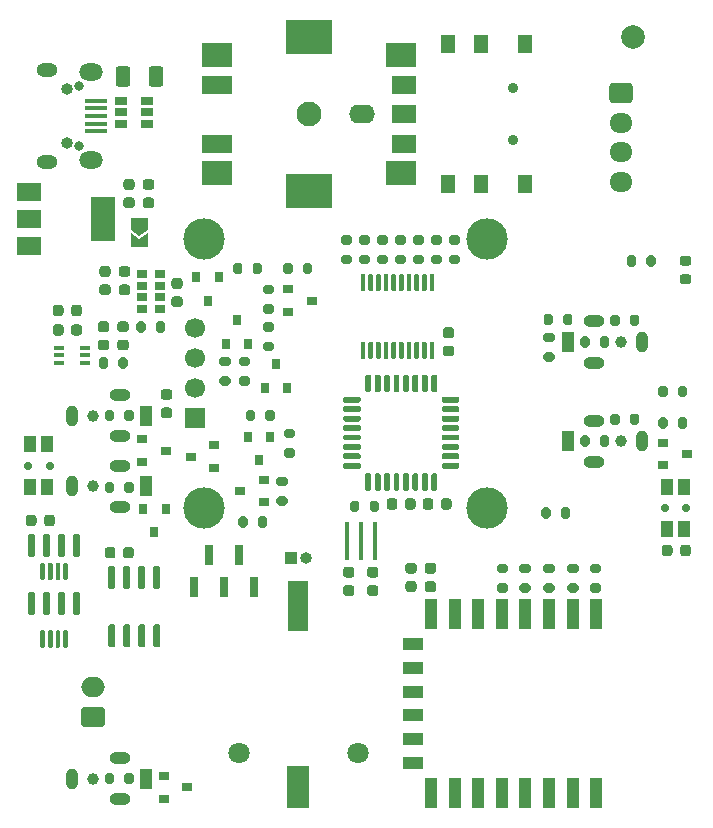
<source format=gbr>
%TF.GenerationSoftware,KiCad,Pcbnew,(5.1.10)-1*%
%TF.CreationDate,2022-01-17T19:42:39+07:00*%
%TF.ProjectId,Digital_module_v3,44696769-7461-46c5-9f6d-6f64756c655f,rev?*%
%TF.SameCoordinates,Original*%
%TF.FileFunction,Soldermask,Top*%
%TF.FilePolarity,Negative*%
%FSLAX46Y46*%
G04 Gerber Fmt 4.6, Leading zero omitted, Abs format (unit mm)*
G04 Created by KiCad (PCBNEW (5.1.10)-1) date 2022-01-17 19:42:39*
%MOMM*%
%LPD*%
G01*
G04 APERTURE LIST*
%ADD10C,3.500000*%
%ADD11C,1.700000*%
%ADD12R,1.700000X1.700000*%
%ADD13R,0.950000X0.450000*%
%ADD14R,0.800000X0.900000*%
%ADD15R,0.900000X0.800000*%
%ADD16O,1.000000X1.000000*%
%ADD17R,1.000000X1.000000*%
%ADD18R,0.400000X3.200000*%
%ADD19C,2.000000*%
%ADD20R,0.650000X1.800000*%
%ADD21C,0.700000*%
%ADD22R,1.050000X1.400000*%
%ADD23R,1.870000X3.520000*%
%ADD24R,1.820000X4.320000*%
%ADD25C,1.800000*%
%ADD26R,2.000000X1.500000*%
%ADD27R,2.000000X3.800000*%
%ADD28C,0.100000*%
%ADD29R,0.900000X0.700000*%
%ADD30R,1.060000X0.650000*%
%ADD31O,1.950000X1.700000*%
%ADD32O,2.000000X1.700000*%
%ADD33O,1.000000X1.800000*%
%ADD34R,1.000000X1.800000*%
%ADD35O,1.800000X1.000000*%
%ADD36C,1.000000*%
%ADD37R,2.500000X2.000000*%
%ADD38R,4.000000X3.000000*%
%ADD39R,2.500000X1.500000*%
%ADD40C,2.100000*%
%ADD41O,2.200000X1.600000*%
%ADD42R,1.300000X1.600000*%
%ADD43C,0.900000*%
%ADD44O,0.800000X0.800000*%
%ADD45O,1.800000X1.150000*%
%ADD46O,2.000000X1.450000*%
%ADD47R,1.900000X0.450000*%
%ADD48R,1.000000X2.500000*%
%ADD49R,1.800000X1.000000*%
G04 APERTURE END LIST*
D10*
%TO.C,U8*%
X111048800Y-116987800D03*
X111048800Y-94187800D03*
X87048800Y-94187800D03*
X87048800Y-116987800D03*
D11*
X86318800Y-101777800D03*
X86318800Y-104317800D03*
X86318800Y-106857800D03*
D12*
X86318800Y-109397800D03*
%TD*%
D13*
%TO.C,D3*%
X76969800Y-103413800D03*
X76969800Y-104063800D03*
X76969800Y-104713800D03*
X74769800Y-104713800D03*
X74769800Y-104063800D03*
X74769800Y-103413800D03*
%TD*%
%TO.C,R71*%
G36*
G01*
X91153800Y-96972800D02*
X91153800Y-96422800D01*
G75*
G02*
X91353800Y-96222800I200000J0D01*
G01*
X91753800Y-96222800D01*
G75*
G02*
X91953800Y-96422800I0J-200000D01*
G01*
X91953800Y-96972800D01*
G75*
G02*
X91753800Y-97172800I-200000J0D01*
G01*
X91353800Y-97172800D01*
G75*
G02*
X91153800Y-96972800I0J200000D01*
G01*
G37*
G36*
G01*
X89503800Y-96972800D02*
X89503800Y-96422800D01*
G75*
G02*
X89703800Y-96222800I200000J0D01*
G01*
X90103800Y-96222800D01*
G75*
G02*
X90303800Y-96422800I0J-200000D01*
G01*
X90303800Y-96972800D01*
G75*
G02*
X90103800Y-97172800I-200000J0D01*
G01*
X89703800Y-97172800D01*
G75*
G02*
X89503800Y-96972800I0J200000D01*
G01*
G37*
%TD*%
%TO.C,R70*%
G36*
G01*
X92231800Y-102901800D02*
X92781800Y-102901800D01*
G75*
G02*
X92981800Y-103101800I0J-200000D01*
G01*
X92981800Y-103501800D01*
G75*
G02*
X92781800Y-103701800I-200000J0D01*
G01*
X92231800Y-103701800D01*
G75*
G02*
X92031800Y-103501800I0J200000D01*
G01*
X92031800Y-103101800D01*
G75*
G02*
X92231800Y-102901800I200000J0D01*
G01*
G37*
G36*
G01*
X92231800Y-101251800D02*
X92781800Y-101251800D01*
G75*
G02*
X92981800Y-101451800I0J-200000D01*
G01*
X92981800Y-101851800D01*
G75*
G02*
X92781800Y-102051800I-200000J0D01*
G01*
X92231800Y-102051800D01*
G75*
G02*
X92031800Y-101851800I0J200000D01*
G01*
X92031800Y-101451800D01*
G75*
G02*
X92231800Y-101251800I200000J0D01*
G01*
G37*
%TD*%
%TO.C,R68*%
G36*
G01*
X92781800Y-98876800D02*
X92231800Y-98876800D01*
G75*
G02*
X92031800Y-98676800I0J200000D01*
G01*
X92031800Y-98276800D01*
G75*
G02*
X92231800Y-98076800I200000J0D01*
G01*
X92781800Y-98076800D01*
G75*
G02*
X92981800Y-98276800I0J-200000D01*
G01*
X92981800Y-98676800D01*
G75*
G02*
X92781800Y-98876800I-200000J0D01*
G01*
G37*
G36*
G01*
X92781800Y-100526800D02*
X92231800Y-100526800D01*
G75*
G02*
X92031800Y-100326800I0J200000D01*
G01*
X92031800Y-99926800D01*
G75*
G02*
X92231800Y-99726800I200000J0D01*
G01*
X92781800Y-99726800D01*
G75*
G02*
X92981800Y-99926800I0J-200000D01*
G01*
X92981800Y-100326800D01*
G75*
G02*
X92781800Y-100526800I-200000J0D01*
G01*
G37*
%TD*%
%TO.C,R67*%
G36*
G01*
X94557800Y-96422800D02*
X94557800Y-96972800D01*
G75*
G02*
X94357800Y-97172800I-200000J0D01*
G01*
X93957800Y-97172800D01*
G75*
G02*
X93757800Y-96972800I0J200000D01*
G01*
X93757800Y-96422800D01*
G75*
G02*
X93957800Y-96222800I200000J0D01*
G01*
X94357800Y-96222800D01*
G75*
G02*
X94557800Y-96422800I0J-200000D01*
G01*
G37*
G36*
G01*
X96207800Y-96422800D02*
X96207800Y-96972800D01*
G75*
G02*
X96007800Y-97172800I-200000J0D01*
G01*
X95607800Y-97172800D01*
G75*
G02*
X95407800Y-96972800I0J200000D01*
G01*
X95407800Y-96422800D01*
G75*
G02*
X95607800Y-96222800I200000J0D01*
G01*
X96007800Y-96222800D01*
G75*
G02*
X96207800Y-96422800I0J-200000D01*
G01*
G37*
%TD*%
%TO.C,R34*%
G36*
G01*
X93374800Y-115981800D02*
X93924800Y-115981800D01*
G75*
G02*
X94124800Y-116181800I0J-200000D01*
G01*
X94124800Y-116581800D01*
G75*
G02*
X93924800Y-116781800I-200000J0D01*
G01*
X93374800Y-116781800D01*
G75*
G02*
X93174800Y-116581800I0J200000D01*
G01*
X93174800Y-116181800D01*
G75*
G02*
X93374800Y-115981800I200000J0D01*
G01*
G37*
G36*
G01*
X93374800Y-114331800D02*
X93924800Y-114331800D01*
G75*
G02*
X94124800Y-114531800I0J-200000D01*
G01*
X94124800Y-114931800D01*
G75*
G02*
X93924800Y-115131800I-200000J0D01*
G01*
X93374800Y-115131800D01*
G75*
G02*
X93174800Y-114931800I0J200000D01*
G01*
X93174800Y-114531800D01*
G75*
G02*
X93374800Y-114331800I200000J0D01*
G01*
G37*
%TD*%
%TO.C,R33*%
G36*
G01*
X92233800Y-109418800D02*
X92233800Y-108868800D01*
G75*
G02*
X92433800Y-108668800I200000J0D01*
G01*
X92833800Y-108668800D01*
G75*
G02*
X93033800Y-108868800I0J-200000D01*
G01*
X93033800Y-109418800D01*
G75*
G02*
X92833800Y-109618800I-200000J0D01*
G01*
X92433800Y-109618800D01*
G75*
G02*
X92233800Y-109418800I0J200000D01*
G01*
G37*
G36*
G01*
X90583800Y-109418800D02*
X90583800Y-108868800D01*
G75*
G02*
X90783800Y-108668800I200000J0D01*
G01*
X91183800Y-108668800D01*
G75*
G02*
X91383800Y-108868800I0J-200000D01*
G01*
X91383800Y-109418800D01*
G75*
G02*
X91183800Y-109618800I-200000J0D01*
G01*
X90783800Y-109618800D01*
G75*
G02*
X90583800Y-109418800I0J200000D01*
G01*
G37*
%TD*%
%TO.C,R31*%
G36*
G01*
X91598800Y-118435800D02*
X91598800Y-117885800D01*
G75*
G02*
X91798800Y-117685800I200000J0D01*
G01*
X92198800Y-117685800D01*
G75*
G02*
X92398800Y-117885800I0J-200000D01*
G01*
X92398800Y-118435800D01*
G75*
G02*
X92198800Y-118635800I-200000J0D01*
G01*
X91798800Y-118635800D01*
G75*
G02*
X91598800Y-118435800I0J200000D01*
G01*
G37*
G36*
G01*
X89948800Y-118435800D02*
X89948800Y-117885800D01*
G75*
G02*
X90148800Y-117685800I200000J0D01*
G01*
X90548800Y-117685800D01*
G75*
G02*
X90748800Y-117885800I0J-200000D01*
G01*
X90748800Y-118435800D01*
G75*
G02*
X90548800Y-118635800I-200000J0D01*
G01*
X90148800Y-118635800D01*
G75*
G02*
X89948800Y-118435800I0J200000D01*
G01*
G37*
%TD*%
%TO.C,R30*%
G36*
G01*
X94559800Y-111067800D02*
X94009800Y-111067800D01*
G75*
G02*
X93809800Y-110867800I0J200000D01*
G01*
X93809800Y-110467800D01*
G75*
G02*
X94009800Y-110267800I200000J0D01*
G01*
X94559800Y-110267800D01*
G75*
G02*
X94759800Y-110467800I0J-200000D01*
G01*
X94759800Y-110867800D01*
G75*
G02*
X94559800Y-111067800I-200000J0D01*
G01*
G37*
G36*
G01*
X94559800Y-112717800D02*
X94009800Y-112717800D01*
G75*
G02*
X93809800Y-112517800I0J200000D01*
G01*
X93809800Y-112117800D01*
G75*
G02*
X94009800Y-111917800I200000J0D01*
G01*
X94559800Y-111917800D01*
G75*
G02*
X94759800Y-112117800I0J-200000D01*
G01*
X94759800Y-112517800D01*
G75*
G02*
X94559800Y-112717800I-200000J0D01*
G01*
G37*
%TD*%
D14*
%TO.C,Q20*%
X87360800Y-99459800D03*
X86410800Y-97459800D03*
X88310800Y-97459800D03*
%TD*%
%TO.C,Q19*%
X89823800Y-101097800D03*
X90773800Y-103097800D03*
X88873800Y-103097800D03*
%TD*%
D15*
%TO.C,Q18*%
X96157800Y-99425800D03*
X94157800Y-100375800D03*
X94157800Y-98475800D03*
%TD*%
D14*
%TO.C,Q17*%
X93141800Y-104825800D03*
X94091800Y-106825800D03*
X92191800Y-106825800D03*
%TD*%
D15*
%TO.C,Q15*%
X85934800Y-112633800D03*
X87934800Y-111683800D03*
X87934800Y-113583800D03*
%TD*%
%TO.C,Q14*%
X90125800Y-115554800D03*
X92125800Y-114604800D03*
X92125800Y-116504800D03*
%TD*%
D14*
%TO.C,Q13*%
X91683800Y-112953800D03*
X90733800Y-110953800D03*
X92633800Y-110953800D03*
%TD*%
%TO.C,R69*%
G36*
G01*
X88548800Y-105821800D02*
X89098800Y-105821800D01*
G75*
G02*
X89298800Y-106021800I0J-200000D01*
G01*
X89298800Y-106421800D01*
G75*
G02*
X89098800Y-106621800I-200000J0D01*
G01*
X88548800Y-106621800D01*
G75*
G02*
X88348800Y-106421800I0J200000D01*
G01*
X88348800Y-106021800D01*
G75*
G02*
X88548800Y-105821800I200000J0D01*
G01*
G37*
G36*
G01*
X88548800Y-104171800D02*
X89098800Y-104171800D01*
G75*
G02*
X89298800Y-104371800I0J-200000D01*
G01*
X89298800Y-104771800D01*
G75*
G02*
X89098800Y-104971800I-200000J0D01*
G01*
X88548800Y-104971800D01*
G75*
G02*
X88348800Y-104771800I0J200000D01*
G01*
X88348800Y-104371800D01*
G75*
G02*
X88548800Y-104171800I200000J0D01*
G01*
G37*
%TD*%
%TO.C,R66*%
G36*
G01*
X90199800Y-105822800D02*
X90749800Y-105822800D01*
G75*
G02*
X90949800Y-106022800I0J-200000D01*
G01*
X90949800Y-106422800D01*
G75*
G02*
X90749800Y-106622800I-200000J0D01*
G01*
X90199800Y-106622800D01*
G75*
G02*
X89999800Y-106422800I0J200000D01*
G01*
X89999800Y-106022800D01*
G75*
G02*
X90199800Y-105822800I200000J0D01*
G01*
G37*
G36*
G01*
X90199800Y-104172800D02*
X90749800Y-104172800D01*
G75*
G02*
X90949800Y-104372800I0J-200000D01*
G01*
X90949800Y-104772800D01*
G75*
G02*
X90749800Y-104972800I-200000J0D01*
G01*
X90199800Y-104972800D01*
G75*
G02*
X89999800Y-104772800I0J200000D01*
G01*
X89999800Y-104372800D01*
G75*
G02*
X90199800Y-104172800I200000J0D01*
G01*
G37*
%TD*%
%TO.C,R25*%
G36*
G01*
X103957800Y-94684800D02*
X103407800Y-94684800D01*
G75*
G02*
X103207800Y-94484800I0J200000D01*
G01*
X103207800Y-94084800D01*
G75*
G02*
X103407800Y-93884800I200000J0D01*
G01*
X103957800Y-93884800D01*
G75*
G02*
X104157800Y-94084800I0J-200000D01*
G01*
X104157800Y-94484800D01*
G75*
G02*
X103957800Y-94684800I-200000J0D01*
G01*
G37*
G36*
G01*
X103957800Y-96334800D02*
X103407800Y-96334800D01*
G75*
G02*
X103207800Y-96134800I0J200000D01*
G01*
X103207800Y-95734800D01*
G75*
G02*
X103407800Y-95534800I200000J0D01*
G01*
X103957800Y-95534800D01*
G75*
G02*
X104157800Y-95734800I0J-200000D01*
G01*
X104157800Y-96134800D01*
G75*
G02*
X103957800Y-96334800I-200000J0D01*
G01*
G37*
%TD*%
%TO.C,R26*%
G36*
G01*
X100909800Y-94684800D02*
X100359800Y-94684800D01*
G75*
G02*
X100159800Y-94484800I0J200000D01*
G01*
X100159800Y-94084800D01*
G75*
G02*
X100359800Y-93884800I200000J0D01*
G01*
X100909800Y-93884800D01*
G75*
G02*
X101109800Y-94084800I0J-200000D01*
G01*
X101109800Y-94484800D01*
G75*
G02*
X100909800Y-94684800I-200000J0D01*
G01*
G37*
G36*
G01*
X100909800Y-96334800D02*
X100359800Y-96334800D01*
G75*
G02*
X100159800Y-96134800I0J200000D01*
G01*
X100159800Y-95734800D01*
G75*
G02*
X100359800Y-95534800I200000J0D01*
G01*
X100909800Y-95534800D01*
G75*
G02*
X101109800Y-95734800I0J-200000D01*
G01*
X101109800Y-96134800D01*
G75*
G02*
X100909800Y-96334800I-200000J0D01*
G01*
G37*
%TD*%
%TO.C,R24*%
G36*
G01*
X104931800Y-95534800D02*
X105481800Y-95534800D01*
G75*
G02*
X105681800Y-95734800I0J-200000D01*
G01*
X105681800Y-96134800D01*
G75*
G02*
X105481800Y-96334800I-200000J0D01*
G01*
X104931800Y-96334800D01*
G75*
G02*
X104731800Y-96134800I0J200000D01*
G01*
X104731800Y-95734800D01*
G75*
G02*
X104931800Y-95534800I200000J0D01*
G01*
G37*
G36*
G01*
X104931800Y-93884800D02*
X105481800Y-93884800D01*
G75*
G02*
X105681800Y-94084800I0J-200000D01*
G01*
X105681800Y-94484800D01*
G75*
G02*
X105481800Y-94684800I-200000J0D01*
G01*
X104931800Y-94684800D01*
G75*
G02*
X104731800Y-94484800I0J200000D01*
G01*
X104731800Y-94084800D01*
G75*
G02*
X104931800Y-93884800I200000J0D01*
G01*
G37*
%TD*%
%TO.C,D4*%
G36*
G01*
X128069050Y-96474800D02*
X127556550Y-96474800D01*
G75*
G02*
X127337800Y-96256050I0J218750D01*
G01*
X127337800Y-95818550D01*
G75*
G02*
X127556550Y-95599800I218750J0D01*
G01*
X128069050Y-95599800D01*
G75*
G02*
X128287800Y-95818550I0J-218750D01*
G01*
X128287800Y-96256050D01*
G75*
G02*
X128069050Y-96474800I-218750J0D01*
G01*
G37*
G36*
G01*
X128069050Y-98049800D02*
X127556550Y-98049800D01*
G75*
G02*
X127337800Y-97831050I0J218750D01*
G01*
X127337800Y-97393550D01*
G75*
G02*
X127556550Y-97174800I218750J0D01*
G01*
X128069050Y-97174800D01*
G75*
G02*
X128287800Y-97393550I0J-218750D01*
G01*
X128287800Y-97831050D01*
G75*
G02*
X128069050Y-98049800I-218750J0D01*
G01*
G37*
%TD*%
%TO.C,R41*%
G36*
G01*
X123641800Y-95787800D02*
X123641800Y-96337800D01*
G75*
G02*
X123441800Y-96537800I-200000J0D01*
G01*
X123041800Y-96537800D01*
G75*
G02*
X122841800Y-96337800I0J200000D01*
G01*
X122841800Y-95787800D01*
G75*
G02*
X123041800Y-95587800I200000J0D01*
G01*
X123441800Y-95587800D01*
G75*
G02*
X123641800Y-95787800I0J-200000D01*
G01*
G37*
G36*
G01*
X125291800Y-95787800D02*
X125291800Y-96337800D01*
G75*
G02*
X125091800Y-96537800I-200000J0D01*
G01*
X124691800Y-96537800D01*
G75*
G02*
X124491800Y-96337800I0J200000D01*
G01*
X124491800Y-95787800D01*
G75*
G02*
X124691800Y-95587800I200000J0D01*
G01*
X125091800Y-95587800D01*
G75*
G02*
X125291800Y-95787800I0J-200000D01*
G01*
G37*
%TD*%
%TO.C,C3*%
G36*
G01*
X107996800Y-102582800D02*
X107496800Y-102582800D01*
G75*
G02*
X107271800Y-102357800I0J225000D01*
G01*
X107271800Y-101907800D01*
G75*
G02*
X107496800Y-101682800I225000J0D01*
G01*
X107996800Y-101682800D01*
G75*
G02*
X108221800Y-101907800I0J-225000D01*
G01*
X108221800Y-102357800D01*
G75*
G02*
X107996800Y-102582800I-225000J0D01*
G01*
G37*
G36*
G01*
X107996800Y-104132800D02*
X107496800Y-104132800D01*
G75*
G02*
X107271800Y-103907800I0J225000D01*
G01*
X107271800Y-103457800D01*
G75*
G02*
X107496800Y-103232800I225000J0D01*
G01*
X107996800Y-103232800D01*
G75*
G02*
X108221800Y-103457800I0J-225000D01*
G01*
X108221800Y-103907800D01*
G75*
G02*
X107996800Y-104132800I-225000J0D01*
G01*
G37*
%TD*%
%TO.C,R15*%
G36*
G01*
X102433800Y-94685800D02*
X101883800Y-94685800D01*
G75*
G02*
X101683800Y-94485800I0J200000D01*
G01*
X101683800Y-94085800D01*
G75*
G02*
X101883800Y-93885800I200000J0D01*
G01*
X102433800Y-93885800D01*
G75*
G02*
X102633800Y-94085800I0J-200000D01*
G01*
X102633800Y-94485800D01*
G75*
G02*
X102433800Y-94685800I-200000J0D01*
G01*
G37*
G36*
G01*
X102433800Y-96335800D02*
X101883800Y-96335800D01*
G75*
G02*
X101683800Y-96135800I0J200000D01*
G01*
X101683800Y-95735800D01*
G75*
G02*
X101883800Y-95535800I200000J0D01*
G01*
X102433800Y-95535800D01*
G75*
G02*
X102633800Y-95735800I0J-200000D01*
G01*
X102633800Y-96135800D01*
G75*
G02*
X102433800Y-96335800I-200000J0D01*
G01*
G37*
%TD*%
%TO.C,R6*%
G36*
G01*
X99385800Y-94684800D02*
X98835800Y-94684800D01*
G75*
G02*
X98635800Y-94484800I0J200000D01*
G01*
X98635800Y-94084800D01*
G75*
G02*
X98835800Y-93884800I200000J0D01*
G01*
X99385800Y-93884800D01*
G75*
G02*
X99585800Y-94084800I0J-200000D01*
G01*
X99585800Y-94484800D01*
G75*
G02*
X99385800Y-94684800I-200000J0D01*
G01*
G37*
G36*
G01*
X99385800Y-96334800D02*
X98835800Y-96334800D01*
G75*
G02*
X98635800Y-96134800I0J200000D01*
G01*
X98635800Y-95734800D01*
G75*
G02*
X98835800Y-95534800I200000J0D01*
G01*
X99385800Y-95534800D01*
G75*
G02*
X99585800Y-95734800I0J-200000D01*
G01*
X99585800Y-96134800D01*
G75*
G02*
X99385800Y-96334800I-200000J0D01*
G01*
G37*
%TD*%
%TO.C,R9*%
G36*
G01*
X116401800Y-117123800D02*
X116401800Y-117673800D01*
G75*
G02*
X116201800Y-117873800I-200000J0D01*
G01*
X115801800Y-117873800D01*
G75*
G02*
X115601800Y-117673800I0J200000D01*
G01*
X115601800Y-117123800D01*
G75*
G02*
X115801800Y-116923800I200000J0D01*
G01*
X116201800Y-116923800D01*
G75*
G02*
X116401800Y-117123800I0J-200000D01*
G01*
G37*
G36*
G01*
X118051800Y-117123800D02*
X118051800Y-117673800D01*
G75*
G02*
X117851800Y-117873800I-200000J0D01*
G01*
X117451800Y-117873800D01*
G75*
G02*
X117251800Y-117673800I0J200000D01*
G01*
X117251800Y-117123800D01*
G75*
G02*
X117451800Y-116923800I200000J0D01*
G01*
X117851800Y-116923800D01*
G75*
G02*
X118051800Y-117123800I0J-200000D01*
G01*
G37*
%TD*%
%TO.C,R19*%
G36*
G01*
X107979800Y-95535800D02*
X108529800Y-95535800D01*
G75*
G02*
X108729800Y-95735800I0J-200000D01*
G01*
X108729800Y-96135800D01*
G75*
G02*
X108529800Y-96335800I-200000J0D01*
G01*
X107979800Y-96335800D01*
G75*
G02*
X107779800Y-96135800I0J200000D01*
G01*
X107779800Y-95735800D01*
G75*
G02*
X107979800Y-95535800I200000J0D01*
G01*
G37*
G36*
G01*
X107979800Y-93885800D02*
X108529800Y-93885800D01*
G75*
G02*
X108729800Y-94085800I0J-200000D01*
G01*
X108729800Y-94485800D01*
G75*
G02*
X108529800Y-94685800I-200000J0D01*
G01*
X107979800Y-94685800D01*
G75*
G02*
X107779800Y-94485800I0J200000D01*
G01*
X107779800Y-94085800D01*
G75*
G02*
X107979800Y-93885800I200000J0D01*
G01*
G37*
%TD*%
%TO.C,R20*%
G36*
G01*
X106455800Y-95534800D02*
X107005800Y-95534800D01*
G75*
G02*
X107205800Y-95734800I0J-200000D01*
G01*
X107205800Y-96134800D01*
G75*
G02*
X107005800Y-96334800I-200000J0D01*
G01*
X106455800Y-96334800D01*
G75*
G02*
X106255800Y-96134800I0J200000D01*
G01*
X106255800Y-95734800D01*
G75*
G02*
X106455800Y-95534800I200000J0D01*
G01*
G37*
G36*
G01*
X106455800Y-93884800D02*
X107005800Y-93884800D01*
G75*
G02*
X107205800Y-94084800I0J-200000D01*
G01*
X107205800Y-94484800D01*
G75*
G02*
X107005800Y-94684800I-200000J0D01*
G01*
X106455800Y-94684800D01*
G75*
G02*
X106255800Y-94484800I0J200000D01*
G01*
X106255800Y-94084800D01*
G75*
G02*
X106455800Y-93884800I200000J0D01*
G01*
G37*
%TD*%
D16*
%TO.C,JP2*%
X95681800Y-121208800D03*
D17*
X94411800Y-121208800D03*
%TD*%
%TO.C,U14*%
G36*
G01*
X79385300Y-128786300D02*
X79085300Y-128786300D01*
G75*
G02*
X78935300Y-128636300I0J150000D01*
G01*
X78935300Y-126986300D01*
G75*
G02*
X79085300Y-126836300I150000J0D01*
G01*
X79385300Y-126836300D01*
G75*
G02*
X79535300Y-126986300I0J-150000D01*
G01*
X79535300Y-128636300D01*
G75*
G02*
X79385300Y-128786300I-150000J0D01*
G01*
G37*
G36*
G01*
X80655300Y-128786300D02*
X80355300Y-128786300D01*
G75*
G02*
X80205300Y-128636300I0J150000D01*
G01*
X80205300Y-126986300D01*
G75*
G02*
X80355300Y-126836300I150000J0D01*
G01*
X80655300Y-126836300D01*
G75*
G02*
X80805300Y-126986300I0J-150000D01*
G01*
X80805300Y-128636300D01*
G75*
G02*
X80655300Y-128786300I-150000J0D01*
G01*
G37*
G36*
G01*
X81925300Y-128786300D02*
X81625300Y-128786300D01*
G75*
G02*
X81475300Y-128636300I0J150000D01*
G01*
X81475300Y-126986300D01*
G75*
G02*
X81625300Y-126836300I150000J0D01*
G01*
X81925300Y-126836300D01*
G75*
G02*
X82075300Y-126986300I0J-150000D01*
G01*
X82075300Y-128636300D01*
G75*
G02*
X81925300Y-128786300I-150000J0D01*
G01*
G37*
G36*
G01*
X83195300Y-128786300D02*
X82895300Y-128786300D01*
G75*
G02*
X82745300Y-128636300I0J150000D01*
G01*
X82745300Y-126986300D01*
G75*
G02*
X82895300Y-126836300I150000J0D01*
G01*
X83195300Y-126836300D01*
G75*
G02*
X83345300Y-126986300I0J-150000D01*
G01*
X83345300Y-128636300D01*
G75*
G02*
X83195300Y-128786300I-150000J0D01*
G01*
G37*
G36*
G01*
X83195300Y-123836300D02*
X82895300Y-123836300D01*
G75*
G02*
X82745300Y-123686300I0J150000D01*
G01*
X82745300Y-122036300D01*
G75*
G02*
X82895300Y-121886300I150000J0D01*
G01*
X83195300Y-121886300D01*
G75*
G02*
X83345300Y-122036300I0J-150000D01*
G01*
X83345300Y-123686300D01*
G75*
G02*
X83195300Y-123836300I-150000J0D01*
G01*
G37*
G36*
G01*
X81925300Y-123836300D02*
X81625300Y-123836300D01*
G75*
G02*
X81475300Y-123686300I0J150000D01*
G01*
X81475300Y-122036300D01*
G75*
G02*
X81625300Y-121886300I150000J0D01*
G01*
X81925300Y-121886300D01*
G75*
G02*
X82075300Y-122036300I0J-150000D01*
G01*
X82075300Y-123686300D01*
G75*
G02*
X81925300Y-123836300I-150000J0D01*
G01*
G37*
G36*
G01*
X80655300Y-123836300D02*
X80355300Y-123836300D01*
G75*
G02*
X80205300Y-123686300I0J150000D01*
G01*
X80205300Y-122036300D01*
G75*
G02*
X80355300Y-121886300I150000J0D01*
G01*
X80655300Y-121886300D01*
G75*
G02*
X80805300Y-122036300I0J-150000D01*
G01*
X80805300Y-123686300D01*
G75*
G02*
X80655300Y-123836300I-150000J0D01*
G01*
G37*
G36*
G01*
X79385300Y-123836300D02*
X79085300Y-123836300D01*
G75*
G02*
X78935300Y-123686300I0J150000D01*
G01*
X78935300Y-122036300D01*
G75*
G02*
X79085300Y-121886300I150000J0D01*
G01*
X79385300Y-121886300D01*
G75*
G02*
X79535300Y-122036300I0J-150000D01*
G01*
X79535300Y-123686300D01*
G75*
G02*
X79385300Y-123836300I-150000J0D01*
G01*
G37*
%TD*%
%TO.C,C39*%
G36*
G01*
X78645300Y-121014300D02*
X78645300Y-120514300D01*
G75*
G02*
X78870300Y-120289300I225000J0D01*
G01*
X79320300Y-120289300D01*
G75*
G02*
X79545300Y-120514300I0J-225000D01*
G01*
X79545300Y-121014300D01*
G75*
G02*
X79320300Y-121239300I-225000J0D01*
G01*
X78870300Y-121239300D01*
G75*
G02*
X78645300Y-121014300I0J225000D01*
G01*
G37*
G36*
G01*
X80195300Y-121014300D02*
X80195300Y-120514300D01*
G75*
G02*
X80420300Y-120289300I225000J0D01*
G01*
X80870300Y-120289300D01*
G75*
G02*
X81095300Y-120514300I0J-225000D01*
G01*
X81095300Y-121014300D01*
G75*
G02*
X80870300Y-121239300I-225000J0D01*
G01*
X80420300Y-121239300D01*
G75*
G02*
X80195300Y-121014300I0J225000D01*
G01*
G37*
%TD*%
%TO.C,U15*%
G36*
G01*
X73478300Y-123089300D02*
X73278300Y-123089300D01*
G75*
G02*
X73178300Y-122989300I0J100000D01*
G01*
X73178300Y-121714300D01*
G75*
G02*
X73278300Y-121614300I100000J0D01*
G01*
X73478300Y-121614300D01*
G75*
G02*
X73578300Y-121714300I0J-100000D01*
G01*
X73578300Y-122989300D01*
G75*
G02*
X73478300Y-123089300I-100000J0D01*
G01*
G37*
G36*
G01*
X74128300Y-123089300D02*
X73928300Y-123089300D01*
G75*
G02*
X73828300Y-122989300I0J100000D01*
G01*
X73828300Y-121714300D01*
G75*
G02*
X73928300Y-121614300I100000J0D01*
G01*
X74128300Y-121614300D01*
G75*
G02*
X74228300Y-121714300I0J-100000D01*
G01*
X74228300Y-122989300D01*
G75*
G02*
X74128300Y-123089300I-100000J0D01*
G01*
G37*
G36*
G01*
X74778300Y-123089300D02*
X74578300Y-123089300D01*
G75*
G02*
X74478300Y-122989300I0J100000D01*
G01*
X74478300Y-121714300D01*
G75*
G02*
X74578300Y-121614300I100000J0D01*
G01*
X74778300Y-121614300D01*
G75*
G02*
X74878300Y-121714300I0J-100000D01*
G01*
X74878300Y-122989300D01*
G75*
G02*
X74778300Y-123089300I-100000J0D01*
G01*
G37*
G36*
G01*
X75428300Y-123089300D02*
X75228300Y-123089300D01*
G75*
G02*
X75128300Y-122989300I0J100000D01*
G01*
X75128300Y-121714300D01*
G75*
G02*
X75228300Y-121614300I100000J0D01*
G01*
X75428300Y-121614300D01*
G75*
G02*
X75528300Y-121714300I0J-100000D01*
G01*
X75528300Y-122989300D01*
G75*
G02*
X75428300Y-123089300I-100000J0D01*
G01*
G37*
G36*
G01*
X75428300Y-128814300D02*
X75228300Y-128814300D01*
G75*
G02*
X75128300Y-128714300I0J100000D01*
G01*
X75128300Y-127439300D01*
G75*
G02*
X75228300Y-127339300I100000J0D01*
G01*
X75428300Y-127339300D01*
G75*
G02*
X75528300Y-127439300I0J-100000D01*
G01*
X75528300Y-128714300D01*
G75*
G02*
X75428300Y-128814300I-100000J0D01*
G01*
G37*
G36*
G01*
X74778300Y-128814300D02*
X74578300Y-128814300D01*
G75*
G02*
X74478300Y-128714300I0J100000D01*
G01*
X74478300Y-127439300D01*
G75*
G02*
X74578300Y-127339300I100000J0D01*
G01*
X74778300Y-127339300D01*
G75*
G02*
X74878300Y-127439300I0J-100000D01*
G01*
X74878300Y-128714300D01*
G75*
G02*
X74778300Y-128814300I-100000J0D01*
G01*
G37*
G36*
G01*
X74128300Y-128814300D02*
X73928300Y-128814300D01*
G75*
G02*
X73828300Y-128714300I0J100000D01*
G01*
X73828300Y-127439300D01*
G75*
G02*
X73928300Y-127339300I100000J0D01*
G01*
X74128300Y-127339300D01*
G75*
G02*
X74228300Y-127439300I0J-100000D01*
G01*
X74228300Y-128714300D01*
G75*
G02*
X74128300Y-128814300I-100000J0D01*
G01*
G37*
G36*
G01*
X73478300Y-128814300D02*
X73278300Y-128814300D01*
G75*
G02*
X73178300Y-128714300I0J100000D01*
G01*
X73178300Y-127439300D01*
G75*
G02*
X73278300Y-127339300I100000J0D01*
G01*
X73478300Y-127339300D01*
G75*
G02*
X73578300Y-127439300I0J-100000D01*
G01*
X73578300Y-128714300D01*
G75*
G02*
X73478300Y-128814300I-100000J0D01*
G01*
G37*
%TD*%
%TO.C,C40*%
G36*
G01*
X73514800Y-118283800D02*
X73514800Y-117783800D01*
G75*
G02*
X73739800Y-117558800I225000J0D01*
G01*
X74189800Y-117558800D01*
G75*
G02*
X74414800Y-117783800I0J-225000D01*
G01*
X74414800Y-118283800D01*
G75*
G02*
X74189800Y-118508800I-225000J0D01*
G01*
X73739800Y-118508800D01*
G75*
G02*
X73514800Y-118283800I0J225000D01*
G01*
G37*
G36*
G01*
X71964800Y-118283800D02*
X71964800Y-117783800D01*
G75*
G02*
X72189800Y-117558800I225000J0D01*
G01*
X72639800Y-117558800D01*
G75*
G02*
X72864800Y-117783800I0J-225000D01*
G01*
X72864800Y-118283800D01*
G75*
G02*
X72639800Y-118508800I-225000J0D01*
G01*
X72189800Y-118508800D01*
G75*
G02*
X71964800Y-118283800I0J225000D01*
G01*
G37*
%TD*%
%TO.C,U16*%
G36*
G01*
X72590800Y-121105800D02*
X72290800Y-121105800D01*
G75*
G02*
X72140800Y-120955800I0J150000D01*
G01*
X72140800Y-119305800D01*
G75*
G02*
X72290800Y-119155800I150000J0D01*
G01*
X72590800Y-119155800D01*
G75*
G02*
X72740800Y-119305800I0J-150000D01*
G01*
X72740800Y-120955800D01*
G75*
G02*
X72590800Y-121105800I-150000J0D01*
G01*
G37*
G36*
G01*
X73860800Y-121105800D02*
X73560800Y-121105800D01*
G75*
G02*
X73410800Y-120955800I0J150000D01*
G01*
X73410800Y-119305800D01*
G75*
G02*
X73560800Y-119155800I150000J0D01*
G01*
X73860800Y-119155800D01*
G75*
G02*
X74010800Y-119305800I0J-150000D01*
G01*
X74010800Y-120955800D01*
G75*
G02*
X73860800Y-121105800I-150000J0D01*
G01*
G37*
G36*
G01*
X75130800Y-121105800D02*
X74830800Y-121105800D01*
G75*
G02*
X74680800Y-120955800I0J150000D01*
G01*
X74680800Y-119305800D01*
G75*
G02*
X74830800Y-119155800I150000J0D01*
G01*
X75130800Y-119155800D01*
G75*
G02*
X75280800Y-119305800I0J-150000D01*
G01*
X75280800Y-120955800D01*
G75*
G02*
X75130800Y-121105800I-150000J0D01*
G01*
G37*
G36*
G01*
X76400800Y-121105800D02*
X76100800Y-121105800D01*
G75*
G02*
X75950800Y-120955800I0J150000D01*
G01*
X75950800Y-119305800D01*
G75*
G02*
X76100800Y-119155800I150000J0D01*
G01*
X76400800Y-119155800D01*
G75*
G02*
X76550800Y-119305800I0J-150000D01*
G01*
X76550800Y-120955800D01*
G75*
G02*
X76400800Y-121105800I-150000J0D01*
G01*
G37*
G36*
G01*
X76400800Y-126055800D02*
X76100800Y-126055800D01*
G75*
G02*
X75950800Y-125905800I0J150000D01*
G01*
X75950800Y-124255800D01*
G75*
G02*
X76100800Y-124105800I150000J0D01*
G01*
X76400800Y-124105800D01*
G75*
G02*
X76550800Y-124255800I0J-150000D01*
G01*
X76550800Y-125905800D01*
G75*
G02*
X76400800Y-126055800I-150000J0D01*
G01*
G37*
G36*
G01*
X75130800Y-126055800D02*
X74830800Y-126055800D01*
G75*
G02*
X74680800Y-125905800I0J150000D01*
G01*
X74680800Y-124255800D01*
G75*
G02*
X74830800Y-124105800I150000J0D01*
G01*
X75130800Y-124105800D01*
G75*
G02*
X75280800Y-124255800I0J-150000D01*
G01*
X75280800Y-125905800D01*
G75*
G02*
X75130800Y-126055800I-150000J0D01*
G01*
G37*
G36*
G01*
X73860800Y-126055800D02*
X73560800Y-126055800D01*
G75*
G02*
X73410800Y-125905800I0J150000D01*
G01*
X73410800Y-124255800D01*
G75*
G02*
X73560800Y-124105800I150000J0D01*
G01*
X73860800Y-124105800D01*
G75*
G02*
X74010800Y-124255800I0J-150000D01*
G01*
X74010800Y-125905800D01*
G75*
G02*
X73860800Y-126055800I-150000J0D01*
G01*
G37*
G36*
G01*
X72590800Y-126055800D02*
X72290800Y-126055800D01*
G75*
G02*
X72140800Y-125905800I0J150000D01*
G01*
X72140800Y-124255800D01*
G75*
G02*
X72290800Y-124105800I150000J0D01*
G01*
X72590800Y-124105800D01*
G75*
G02*
X72740800Y-124255800I0J-150000D01*
G01*
X72740800Y-125905800D01*
G75*
G02*
X72590800Y-126055800I-150000J0D01*
G01*
G37*
%TD*%
%TO.C,R38*%
G36*
G01*
X101060300Y-117102300D02*
X101060300Y-116552300D01*
G75*
G02*
X101260300Y-116352300I200000J0D01*
G01*
X101660300Y-116352300D01*
G75*
G02*
X101860300Y-116552300I0J-200000D01*
G01*
X101860300Y-117102300D01*
G75*
G02*
X101660300Y-117302300I-200000J0D01*
G01*
X101260300Y-117302300D01*
G75*
G02*
X101060300Y-117102300I0J200000D01*
G01*
G37*
G36*
G01*
X99410300Y-117102300D02*
X99410300Y-116552300D01*
G75*
G02*
X99610300Y-116352300I200000J0D01*
G01*
X100010300Y-116352300D01*
G75*
G02*
X100210300Y-116552300I0J-200000D01*
G01*
X100210300Y-117102300D01*
G75*
G02*
X100010300Y-117302300I-200000J0D01*
G01*
X99610300Y-117302300D01*
G75*
G02*
X99410300Y-117102300I0J200000D01*
G01*
G37*
%TD*%
%TO.C,C17*%
G36*
G01*
X99051300Y-123515300D02*
X99551300Y-123515300D01*
G75*
G02*
X99776300Y-123740300I0J-225000D01*
G01*
X99776300Y-124190300D01*
G75*
G02*
X99551300Y-124415300I-225000J0D01*
G01*
X99051300Y-124415300D01*
G75*
G02*
X98826300Y-124190300I0J225000D01*
G01*
X98826300Y-123740300D01*
G75*
G02*
X99051300Y-123515300I225000J0D01*
G01*
G37*
G36*
G01*
X99051300Y-121965300D02*
X99551300Y-121965300D01*
G75*
G02*
X99776300Y-122190300I0J-225000D01*
G01*
X99776300Y-122640300D01*
G75*
G02*
X99551300Y-122865300I-225000J0D01*
G01*
X99051300Y-122865300D01*
G75*
G02*
X98826300Y-122640300I0J225000D01*
G01*
X98826300Y-122190300D01*
G75*
G02*
X99051300Y-121965300I225000J0D01*
G01*
G37*
%TD*%
D18*
%TO.C,Y2*%
X99117300Y-119748300D03*
X100317300Y-119748300D03*
X101517300Y-119748300D03*
%TD*%
%TO.C,C16*%
G36*
G01*
X101083300Y-123515300D02*
X101583300Y-123515300D01*
G75*
G02*
X101808300Y-123740300I0J-225000D01*
G01*
X101808300Y-124190300D01*
G75*
G02*
X101583300Y-124415300I-225000J0D01*
G01*
X101083300Y-124415300D01*
G75*
G02*
X100858300Y-124190300I0J225000D01*
G01*
X100858300Y-123740300D01*
G75*
G02*
X101083300Y-123515300I225000J0D01*
G01*
G37*
G36*
G01*
X101083300Y-121965300D02*
X101583300Y-121965300D01*
G75*
G02*
X101808300Y-122190300I0J-225000D01*
G01*
X101808300Y-122640300D01*
G75*
G02*
X101583300Y-122865300I-225000J0D01*
G01*
X101083300Y-122865300D01*
G75*
G02*
X100858300Y-122640300I0J225000D01*
G01*
X100858300Y-122190300D01*
G75*
G02*
X101083300Y-121965300I225000J0D01*
G01*
G37*
%TD*%
D19*
%TO.C,GND1*%
X123367800Y-77139800D03*
%TD*%
D20*
%TO.C,J9*%
X90030300Y-120938300D03*
X87490300Y-120938300D03*
X91300300Y-123638300D03*
X88760300Y-123638300D03*
X86220300Y-123638300D03*
%TD*%
D21*
%TO.C,SW1*%
X72175800Y-113398300D03*
X73975800Y-113398300D03*
D22*
X72355800Y-111598300D03*
X72355800Y-115198300D03*
X73795800Y-111598300D03*
X73795800Y-115198300D03*
%TD*%
%TO.C,R84*%
G36*
G01*
X126308800Y-109503800D02*
X126308800Y-110053800D01*
G75*
G02*
X126108800Y-110253800I-200000J0D01*
G01*
X125708800Y-110253800D01*
G75*
G02*
X125508800Y-110053800I0J200000D01*
G01*
X125508800Y-109503800D01*
G75*
G02*
X125708800Y-109303800I200000J0D01*
G01*
X126108800Y-109303800D01*
G75*
G02*
X126308800Y-109503800I0J-200000D01*
G01*
G37*
G36*
G01*
X127958800Y-109503800D02*
X127958800Y-110053800D01*
G75*
G02*
X127758800Y-110253800I-200000J0D01*
G01*
X127358800Y-110253800D01*
G75*
G02*
X127158800Y-110053800I0J200000D01*
G01*
X127158800Y-109503800D01*
G75*
G02*
X127358800Y-109303800I200000J0D01*
G01*
X127758800Y-109303800D01*
G75*
G02*
X127958800Y-109503800I0J-200000D01*
G01*
G37*
%TD*%
%TO.C,R83*%
G36*
G01*
X127157800Y-107386800D02*
X127157800Y-106836800D01*
G75*
G02*
X127357800Y-106636800I200000J0D01*
G01*
X127757800Y-106636800D01*
G75*
G02*
X127957800Y-106836800I0J-200000D01*
G01*
X127957800Y-107386800D01*
G75*
G02*
X127757800Y-107586800I-200000J0D01*
G01*
X127357800Y-107586800D01*
G75*
G02*
X127157800Y-107386800I0J200000D01*
G01*
G37*
G36*
G01*
X125507800Y-107386800D02*
X125507800Y-106836800D01*
G75*
G02*
X125707800Y-106636800I200000J0D01*
G01*
X126107800Y-106636800D01*
G75*
G02*
X126307800Y-106836800I0J-200000D01*
G01*
X126307800Y-107386800D01*
G75*
G02*
X126107800Y-107586800I-200000J0D01*
G01*
X125707800Y-107586800D01*
G75*
G02*
X125507800Y-107386800I0J200000D01*
G01*
G37*
%TD*%
%TO.C,R65*%
G36*
G01*
X122244800Y-100804300D02*
X122244800Y-101354300D01*
G75*
G02*
X122044800Y-101554300I-200000J0D01*
G01*
X121644800Y-101554300D01*
G75*
G02*
X121444800Y-101354300I0J200000D01*
G01*
X121444800Y-100804300D01*
G75*
G02*
X121644800Y-100604300I200000J0D01*
G01*
X122044800Y-100604300D01*
G75*
G02*
X122244800Y-100804300I0J-200000D01*
G01*
G37*
G36*
G01*
X123894800Y-100804300D02*
X123894800Y-101354300D01*
G75*
G02*
X123694800Y-101554300I-200000J0D01*
G01*
X123294800Y-101554300D01*
G75*
G02*
X123094800Y-101354300I0J200000D01*
G01*
X123094800Y-100804300D01*
G75*
G02*
X123294800Y-100604300I200000J0D01*
G01*
X123694800Y-100604300D01*
G75*
G02*
X123894800Y-100804300I0J-200000D01*
G01*
G37*
%TD*%
%TO.C,R64*%
G36*
G01*
X119703800Y-102645800D02*
X119703800Y-103195800D01*
G75*
G02*
X119503800Y-103395800I-200000J0D01*
G01*
X119103800Y-103395800D01*
G75*
G02*
X118903800Y-103195800I0J200000D01*
G01*
X118903800Y-102645800D01*
G75*
G02*
X119103800Y-102445800I200000J0D01*
G01*
X119503800Y-102445800D01*
G75*
G02*
X119703800Y-102645800I0J-200000D01*
G01*
G37*
G36*
G01*
X121353800Y-102645800D02*
X121353800Y-103195800D01*
G75*
G02*
X121153800Y-103395800I-200000J0D01*
G01*
X120753800Y-103395800D01*
G75*
G02*
X120553800Y-103195800I0J200000D01*
G01*
X120553800Y-102645800D01*
G75*
G02*
X120753800Y-102445800I200000J0D01*
G01*
X121153800Y-102445800D01*
G75*
G02*
X121353800Y-102645800I0J-200000D01*
G01*
G37*
%TD*%
%TO.C,R63*%
G36*
G01*
X116530800Y-102939800D02*
X115980800Y-102939800D01*
G75*
G02*
X115780800Y-102739800I0J200000D01*
G01*
X115780800Y-102339800D01*
G75*
G02*
X115980800Y-102139800I200000J0D01*
G01*
X116530800Y-102139800D01*
G75*
G02*
X116730800Y-102339800I0J-200000D01*
G01*
X116730800Y-102739800D01*
G75*
G02*
X116530800Y-102939800I-200000J0D01*
G01*
G37*
G36*
G01*
X116530800Y-104589800D02*
X115980800Y-104589800D01*
G75*
G02*
X115780800Y-104389800I0J200000D01*
G01*
X115780800Y-103989800D01*
G75*
G02*
X115980800Y-103789800I200000J0D01*
G01*
X116530800Y-103789800D01*
G75*
G02*
X116730800Y-103989800I0J-200000D01*
G01*
X116730800Y-104389800D01*
G75*
G02*
X116530800Y-104589800I-200000J0D01*
G01*
G37*
%TD*%
%TO.C,R62*%
G36*
G01*
X117443300Y-101290800D02*
X117443300Y-100740800D01*
G75*
G02*
X117643300Y-100540800I200000J0D01*
G01*
X118043300Y-100540800D01*
G75*
G02*
X118243300Y-100740800I0J-200000D01*
G01*
X118243300Y-101290800D01*
G75*
G02*
X118043300Y-101490800I-200000J0D01*
G01*
X117643300Y-101490800D01*
G75*
G02*
X117443300Y-101290800I0J200000D01*
G01*
G37*
G36*
G01*
X115793300Y-101290800D02*
X115793300Y-100740800D01*
G75*
G02*
X115993300Y-100540800I200000J0D01*
G01*
X116393300Y-100540800D01*
G75*
G02*
X116593300Y-100740800I0J-200000D01*
G01*
X116593300Y-101290800D01*
G75*
G02*
X116393300Y-101490800I-200000J0D01*
G01*
X115993300Y-101490800D01*
G75*
G02*
X115793300Y-101290800I0J200000D01*
G01*
G37*
%TD*%
%TO.C,R61*%
G36*
G01*
X122243800Y-109186300D02*
X122243800Y-109736300D01*
G75*
G02*
X122043800Y-109936300I-200000J0D01*
G01*
X121643800Y-109936300D01*
G75*
G02*
X121443800Y-109736300I0J200000D01*
G01*
X121443800Y-109186300D01*
G75*
G02*
X121643800Y-108986300I200000J0D01*
G01*
X122043800Y-108986300D01*
G75*
G02*
X122243800Y-109186300I0J-200000D01*
G01*
G37*
G36*
G01*
X123893800Y-109186300D02*
X123893800Y-109736300D01*
G75*
G02*
X123693800Y-109936300I-200000J0D01*
G01*
X123293800Y-109936300D01*
G75*
G02*
X123093800Y-109736300I0J200000D01*
G01*
X123093800Y-109186300D01*
G75*
G02*
X123293800Y-108986300I200000J0D01*
G01*
X123693800Y-108986300D01*
G75*
G02*
X123893800Y-109186300I0J-200000D01*
G01*
G37*
%TD*%
%TO.C,R60*%
G36*
G01*
X119703800Y-111027800D02*
X119703800Y-111577800D01*
G75*
G02*
X119503800Y-111777800I-200000J0D01*
G01*
X119103800Y-111777800D01*
G75*
G02*
X118903800Y-111577800I0J200000D01*
G01*
X118903800Y-111027800D01*
G75*
G02*
X119103800Y-110827800I200000J0D01*
G01*
X119503800Y-110827800D01*
G75*
G02*
X119703800Y-111027800I0J-200000D01*
G01*
G37*
G36*
G01*
X121353800Y-111027800D02*
X121353800Y-111577800D01*
G75*
G02*
X121153800Y-111777800I-200000J0D01*
G01*
X120753800Y-111777800D01*
G75*
G02*
X120553800Y-111577800I0J200000D01*
G01*
X120553800Y-111027800D01*
G75*
G02*
X120753800Y-110827800I200000J0D01*
G01*
X121153800Y-110827800D01*
G75*
G02*
X121353800Y-111027800I0J-200000D01*
G01*
G37*
%TD*%
D15*
%TO.C,Q22*%
X127939800Y-112384800D03*
X125939800Y-113334800D03*
X125939800Y-111434800D03*
%TD*%
%TO.C,R28*%
G36*
G01*
X80295800Y-115514800D02*
X80295800Y-114964800D01*
G75*
G02*
X80495800Y-114764800I200000J0D01*
G01*
X80895800Y-114764800D01*
G75*
G02*
X81095800Y-114964800I0J-200000D01*
G01*
X81095800Y-115514800D01*
G75*
G02*
X80895800Y-115714800I-200000J0D01*
G01*
X80495800Y-115714800D01*
G75*
G02*
X80295800Y-115514800I0J200000D01*
G01*
G37*
G36*
G01*
X78645800Y-115514800D02*
X78645800Y-114964800D01*
G75*
G02*
X78845800Y-114764800I200000J0D01*
G01*
X79245800Y-114764800D01*
G75*
G02*
X79445800Y-114964800I0J-200000D01*
G01*
X79445800Y-115514800D01*
G75*
G02*
X79245800Y-115714800I-200000J0D01*
G01*
X78845800Y-115714800D01*
G75*
G02*
X78645800Y-115514800I0J200000D01*
G01*
G37*
%TD*%
%TO.C,R29*%
G36*
G01*
X80295800Y-109418800D02*
X80295800Y-108868800D01*
G75*
G02*
X80495800Y-108668800I200000J0D01*
G01*
X80895800Y-108668800D01*
G75*
G02*
X81095800Y-108868800I0J-200000D01*
G01*
X81095800Y-109418800D01*
G75*
G02*
X80895800Y-109618800I-200000J0D01*
G01*
X80495800Y-109618800D01*
G75*
G02*
X80295800Y-109418800I0J200000D01*
G01*
G37*
G36*
G01*
X78645800Y-109418800D02*
X78645800Y-108868800D01*
G75*
G02*
X78845800Y-108668800I200000J0D01*
G01*
X79245800Y-108668800D01*
G75*
G02*
X79445800Y-108868800I0J-200000D01*
G01*
X79445800Y-109418800D01*
G75*
G02*
X79245800Y-109618800I-200000J0D01*
G01*
X78845800Y-109618800D01*
G75*
G02*
X78645800Y-109418800I0J200000D01*
G01*
G37*
%TD*%
%TO.C,R27*%
G36*
G01*
X80294800Y-140152800D02*
X80294800Y-139602800D01*
G75*
G02*
X80494800Y-139402800I200000J0D01*
G01*
X80894800Y-139402800D01*
G75*
G02*
X81094800Y-139602800I0J-200000D01*
G01*
X81094800Y-140152800D01*
G75*
G02*
X80894800Y-140352800I-200000J0D01*
G01*
X80494800Y-140352800D01*
G75*
G02*
X80294800Y-140152800I0J200000D01*
G01*
G37*
G36*
G01*
X78644800Y-140152800D02*
X78644800Y-139602800D01*
G75*
G02*
X78844800Y-139402800I200000J0D01*
G01*
X79244800Y-139402800D01*
G75*
G02*
X79444800Y-139602800I0J-200000D01*
G01*
X79444800Y-140152800D01*
G75*
G02*
X79244800Y-140352800I-200000J0D01*
G01*
X78844800Y-140352800D01*
G75*
G02*
X78644800Y-140152800I0J200000D01*
G01*
G37*
%TD*%
D14*
%TO.C,Q11*%
X82854800Y-119033800D03*
X81904800Y-117033800D03*
X83804800Y-117033800D03*
%TD*%
D15*
%TO.C,Q12*%
X83838800Y-112125800D03*
X81838800Y-113075800D03*
X81838800Y-111175800D03*
%TD*%
%TO.C,Q10*%
X85632800Y-140639800D03*
X83632800Y-141589800D03*
X83632800Y-139689800D03*
%TD*%
%TO.C,R42*%
G36*
G01*
X112593800Y-122498800D02*
X112043800Y-122498800D01*
G75*
G02*
X111843800Y-122298800I0J200000D01*
G01*
X111843800Y-121898800D01*
G75*
G02*
X112043800Y-121698800I200000J0D01*
G01*
X112593800Y-121698800D01*
G75*
G02*
X112793800Y-121898800I0J-200000D01*
G01*
X112793800Y-122298800D01*
G75*
G02*
X112593800Y-122498800I-200000J0D01*
G01*
G37*
G36*
G01*
X112593800Y-124148800D02*
X112043800Y-124148800D01*
G75*
G02*
X111843800Y-123948800I0J200000D01*
G01*
X111843800Y-123548800D01*
G75*
G02*
X112043800Y-123348800I200000J0D01*
G01*
X112593800Y-123348800D01*
G75*
G02*
X112793800Y-123548800I0J-200000D01*
G01*
X112793800Y-123948800D01*
G75*
G02*
X112593800Y-124148800I-200000J0D01*
G01*
G37*
%TD*%
%TO.C,C23*%
G36*
G01*
X104071300Y-116886800D02*
X104071300Y-116386800D01*
G75*
G02*
X104296300Y-116161800I225000J0D01*
G01*
X104746300Y-116161800D01*
G75*
G02*
X104971300Y-116386800I0J-225000D01*
G01*
X104971300Y-116886800D01*
G75*
G02*
X104746300Y-117111800I-225000J0D01*
G01*
X104296300Y-117111800D01*
G75*
G02*
X104071300Y-116886800I0J225000D01*
G01*
G37*
G36*
G01*
X102521300Y-116886800D02*
X102521300Y-116386800D01*
G75*
G02*
X102746300Y-116161800I225000J0D01*
G01*
X103196300Y-116161800D01*
G75*
G02*
X103421300Y-116386800I0J-225000D01*
G01*
X103421300Y-116886800D01*
G75*
G02*
X103196300Y-117111800I-225000J0D01*
G01*
X102746300Y-117111800D01*
G75*
G02*
X102521300Y-116886800I0J225000D01*
G01*
G37*
%TD*%
%TO.C,C20*%
G36*
G01*
X107119300Y-116886800D02*
X107119300Y-116386800D01*
G75*
G02*
X107344300Y-116161800I225000J0D01*
G01*
X107794300Y-116161800D01*
G75*
G02*
X108019300Y-116386800I0J-225000D01*
G01*
X108019300Y-116886800D01*
G75*
G02*
X107794300Y-117111800I-225000J0D01*
G01*
X107344300Y-117111800D01*
G75*
G02*
X107119300Y-116886800I0J225000D01*
G01*
G37*
G36*
G01*
X105569300Y-116886800D02*
X105569300Y-116386800D01*
G75*
G02*
X105794300Y-116161800I225000J0D01*
G01*
X106244300Y-116161800D01*
G75*
G02*
X106469300Y-116386800I0J-225000D01*
G01*
X106469300Y-116886800D01*
G75*
G02*
X106244300Y-117111800I-225000J0D01*
G01*
X105794300Y-117111800D01*
G75*
G02*
X105569300Y-116886800I0J225000D01*
G01*
G37*
%TD*%
%TO.C,R36*%
G36*
G01*
X78936800Y-104423800D02*
X78936800Y-104973800D01*
G75*
G02*
X78736800Y-105173800I-200000J0D01*
G01*
X78336800Y-105173800D01*
G75*
G02*
X78136800Y-104973800I0J200000D01*
G01*
X78136800Y-104423800D01*
G75*
G02*
X78336800Y-104223800I200000J0D01*
G01*
X78736800Y-104223800D01*
G75*
G02*
X78936800Y-104423800I0J-200000D01*
G01*
G37*
G36*
G01*
X80586800Y-104423800D02*
X80586800Y-104973800D01*
G75*
G02*
X80386800Y-105173800I-200000J0D01*
G01*
X79986800Y-105173800D01*
G75*
G02*
X79786800Y-104973800I0J200000D01*
G01*
X79786800Y-104423800D01*
G75*
G02*
X79986800Y-104223800I200000J0D01*
G01*
X80386800Y-104223800D01*
G75*
G02*
X80586800Y-104423800I0J-200000D01*
G01*
G37*
%TD*%
%TO.C,C14*%
G36*
G01*
X79937800Y-102724800D02*
X80437800Y-102724800D01*
G75*
G02*
X80662800Y-102949800I0J-225000D01*
G01*
X80662800Y-103399800D01*
G75*
G02*
X80437800Y-103624800I-225000J0D01*
G01*
X79937800Y-103624800D01*
G75*
G02*
X79712800Y-103399800I0J225000D01*
G01*
X79712800Y-102949800D01*
G75*
G02*
X79937800Y-102724800I225000J0D01*
G01*
G37*
G36*
G01*
X79937800Y-101174800D02*
X80437800Y-101174800D01*
G75*
G02*
X80662800Y-101399800I0J-225000D01*
G01*
X80662800Y-101849800D01*
G75*
G02*
X80437800Y-102074800I-225000J0D01*
G01*
X79937800Y-102074800D01*
G75*
G02*
X79712800Y-101849800I0J225000D01*
G01*
X79712800Y-101399800D01*
G75*
G02*
X79937800Y-101174800I225000J0D01*
G01*
G37*
%TD*%
%TO.C,C13*%
G36*
G01*
X78286800Y-102724800D02*
X78786800Y-102724800D01*
G75*
G02*
X79011800Y-102949800I0J-225000D01*
G01*
X79011800Y-103399800D01*
G75*
G02*
X78786800Y-103624800I-225000J0D01*
G01*
X78286800Y-103624800D01*
G75*
G02*
X78061800Y-103399800I0J225000D01*
G01*
X78061800Y-102949800D01*
G75*
G02*
X78286800Y-102724800I225000J0D01*
G01*
G37*
G36*
G01*
X78286800Y-101174800D02*
X78786800Y-101174800D01*
G75*
G02*
X79011800Y-101399800I0J-225000D01*
G01*
X79011800Y-101849800D01*
G75*
G02*
X78786800Y-102074800I-225000J0D01*
G01*
X78286800Y-102074800D01*
G75*
G02*
X78061800Y-101849800I0J225000D01*
G01*
X78061800Y-101399800D01*
G75*
G02*
X78286800Y-101174800I225000J0D01*
G01*
G37*
%TD*%
%TO.C,C11*%
G36*
G01*
X75800800Y-102154800D02*
X75800800Y-101654800D01*
G75*
G02*
X76025800Y-101429800I225000J0D01*
G01*
X76475800Y-101429800D01*
G75*
G02*
X76700800Y-101654800I0J-225000D01*
G01*
X76700800Y-102154800D01*
G75*
G02*
X76475800Y-102379800I-225000J0D01*
G01*
X76025800Y-102379800D01*
G75*
G02*
X75800800Y-102154800I0J225000D01*
G01*
G37*
G36*
G01*
X74250800Y-102154800D02*
X74250800Y-101654800D01*
G75*
G02*
X74475800Y-101429800I225000J0D01*
G01*
X74925800Y-101429800D01*
G75*
G02*
X75150800Y-101654800I0J-225000D01*
G01*
X75150800Y-102154800D01*
G75*
G02*
X74925800Y-102379800I-225000J0D01*
G01*
X74475800Y-102379800D01*
G75*
G02*
X74250800Y-102154800I0J225000D01*
G01*
G37*
%TD*%
%TO.C,C9*%
G36*
G01*
X75800800Y-100503800D02*
X75800800Y-100003800D01*
G75*
G02*
X76025800Y-99778800I225000J0D01*
G01*
X76475800Y-99778800D01*
G75*
G02*
X76700800Y-100003800I0J-225000D01*
G01*
X76700800Y-100503800D01*
G75*
G02*
X76475800Y-100728800I-225000J0D01*
G01*
X76025800Y-100728800D01*
G75*
G02*
X75800800Y-100503800I0J225000D01*
G01*
G37*
G36*
G01*
X74250800Y-100503800D02*
X74250800Y-100003800D01*
G75*
G02*
X74475800Y-99778800I225000J0D01*
G01*
X74925800Y-99778800D01*
G75*
G02*
X75150800Y-100003800I0J-225000D01*
G01*
X75150800Y-100503800D01*
G75*
G02*
X74925800Y-100728800I-225000J0D01*
G01*
X74475800Y-100728800D01*
G75*
G02*
X74250800Y-100503800I0J225000D01*
G01*
G37*
%TD*%
D23*
%TO.C,BT2*%
X95046800Y-140639800D03*
D24*
X95046800Y-125279800D03*
%TD*%
D25*
%TO.C,BT1*%
X95046800Y-141318800D03*
X90046800Y-137718800D03*
X100046800Y-137718800D03*
%TD*%
D26*
%TO.C,U6*%
X72211800Y-90206800D03*
X72211800Y-94806800D03*
X72211800Y-92506800D03*
D27*
X78511800Y-92506800D03*
%TD*%
D28*
%TO.C,JP1*%
G36*
X81584800Y-93924800D02*
G01*
X80834800Y-93424800D01*
X80834800Y-92424800D01*
X82334800Y-92424800D01*
X82334800Y-93424800D01*
X81584800Y-93924800D01*
G37*
G36*
X80834800Y-94874800D02*
G01*
X80834800Y-93724800D01*
X81584800Y-94224800D01*
X82334800Y-93724800D01*
X82334800Y-94874800D01*
X80834800Y-94874800D01*
G37*
%TD*%
%TO.C,C8*%
G36*
G01*
X82096800Y-90685800D02*
X82596800Y-90685800D01*
G75*
G02*
X82821800Y-90910800I0J-225000D01*
G01*
X82821800Y-91360800D01*
G75*
G02*
X82596800Y-91585800I-225000J0D01*
G01*
X82096800Y-91585800D01*
G75*
G02*
X81871800Y-91360800I0J225000D01*
G01*
X81871800Y-90910800D01*
G75*
G02*
X82096800Y-90685800I225000J0D01*
G01*
G37*
G36*
G01*
X82096800Y-89135800D02*
X82596800Y-89135800D01*
G75*
G02*
X82821800Y-89360800I0J-225000D01*
G01*
X82821800Y-89810800D01*
G75*
G02*
X82596800Y-90035800I-225000J0D01*
G01*
X82096800Y-90035800D01*
G75*
G02*
X81871800Y-89810800I0J225000D01*
G01*
X81871800Y-89360800D01*
G75*
G02*
X82096800Y-89135800I225000J0D01*
G01*
G37*
%TD*%
%TO.C,C7*%
G36*
G01*
X80445800Y-90685800D02*
X80945800Y-90685800D01*
G75*
G02*
X81170800Y-90910800I0J-225000D01*
G01*
X81170800Y-91360800D01*
G75*
G02*
X80945800Y-91585800I-225000J0D01*
G01*
X80445800Y-91585800D01*
G75*
G02*
X80220800Y-91360800I0J225000D01*
G01*
X80220800Y-90910800D01*
G75*
G02*
X80445800Y-90685800I225000J0D01*
G01*
G37*
G36*
G01*
X80445800Y-89135800D02*
X80945800Y-89135800D01*
G75*
G02*
X81170800Y-89360800I0J-225000D01*
G01*
X81170800Y-89810800D01*
G75*
G02*
X80945800Y-90035800I-225000J0D01*
G01*
X80445800Y-90035800D01*
G75*
G02*
X80220800Y-89810800I0J225000D01*
G01*
X80220800Y-89360800D01*
G75*
G02*
X80445800Y-89135800I225000J0D01*
G01*
G37*
%TD*%
%TO.C,C19*%
G36*
G01*
X83620800Y-108465800D02*
X84120800Y-108465800D01*
G75*
G02*
X84345800Y-108690800I0J-225000D01*
G01*
X84345800Y-109140800D01*
G75*
G02*
X84120800Y-109365800I-225000J0D01*
G01*
X83620800Y-109365800D01*
G75*
G02*
X83395800Y-109140800I0J225000D01*
G01*
X83395800Y-108690800D01*
G75*
G02*
X83620800Y-108465800I225000J0D01*
G01*
G37*
G36*
G01*
X83620800Y-106915800D02*
X84120800Y-106915800D01*
G75*
G02*
X84345800Y-107140800I0J-225000D01*
G01*
X84345800Y-107590800D01*
G75*
G02*
X84120800Y-107815800I-225000J0D01*
G01*
X83620800Y-107815800D01*
G75*
G02*
X83395800Y-107590800I0J225000D01*
G01*
X83395800Y-107140800D01*
G75*
G02*
X83620800Y-106915800I225000J0D01*
G01*
G37*
%TD*%
D29*
%TO.C,U9*%
X81838800Y-100115800D03*
X83338800Y-100115800D03*
X81838800Y-99145800D03*
X83338800Y-99145800D03*
X81838800Y-98175800D03*
X83338800Y-98175800D03*
X81838800Y-97205800D03*
X83338800Y-97205800D03*
%TD*%
%TO.C,C18*%
G36*
G01*
X78913800Y-97401800D02*
X78413800Y-97401800D01*
G75*
G02*
X78188800Y-97176800I0J225000D01*
G01*
X78188800Y-96726800D01*
G75*
G02*
X78413800Y-96501800I225000J0D01*
G01*
X78913800Y-96501800D01*
G75*
G02*
X79138800Y-96726800I0J-225000D01*
G01*
X79138800Y-97176800D01*
G75*
G02*
X78913800Y-97401800I-225000J0D01*
G01*
G37*
G36*
G01*
X78913800Y-98951800D02*
X78413800Y-98951800D01*
G75*
G02*
X78188800Y-98726800I0J225000D01*
G01*
X78188800Y-98276800D01*
G75*
G02*
X78413800Y-98051800I225000J0D01*
G01*
X78913800Y-98051800D01*
G75*
G02*
X79138800Y-98276800I0J-225000D01*
G01*
X79138800Y-98726800D01*
G75*
G02*
X78913800Y-98951800I-225000J0D01*
G01*
G37*
%TD*%
%TO.C,U3*%
G36*
G01*
X106253800Y-102886800D02*
X106453800Y-102886800D01*
G75*
G02*
X106553800Y-102986800I0J-100000D01*
G01*
X106553800Y-104261800D01*
G75*
G02*
X106453800Y-104361800I-100000J0D01*
G01*
X106253800Y-104361800D01*
G75*
G02*
X106153800Y-104261800I0J100000D01*
G01*
X106153800Y-102986800D01*
G75*
G02*
X106253800Y-102886800I100000J0D01*
G01*
G37*
G36*
G01*
X105603800Y-102886800D02*
X105803800Y-102886800D01*
G75*
G02*
X105903800Y-102986800I0J-100000D01*
G01*
X105903800Y-104261800D01*
G75*
G02*
X105803800Y-104361800I-100000J0D01*
G01*
X105603800Y-104361800D01*
G75*
G02*
X105503800Y-104261800I0J100000D01*
G01*
X105503800Y-102986800D01*
G75*
G02*
X105603800Y-102886800I100000J0D01*
G01*
G37*
G36*
G01*
X104953800Y-102886800D02*
X105153800Y-102886800D01*
G75*
G02*
X105253800Y-102986800I0J-100000D01*
G01*
X105253800Y-104261800D01*
G75*
G02*
X105153800Y-104361800I-100000J0D01*
G01*
X104953800Y-104361800D01*
G75*
G02*
X104853800Y-104261800I0J100000D01*
G01*
X104853800Y-102986800D01*
G75*
G02*
X104953800Y-102886800I100000J0D01*
G01*
G37*
G36*
G01*
X104303800Y-102886800D02*
X104503800Y-102886800D01*
G75*
G02*
X104603800Y-102986800I0J-100000D01*
G01*
X104603800Y-104261800D01*
G75*
G02*
X104503800Y-104361800I-100000J0D01*
G01*
X104303800Y-104361800D01*
G75*
G02*
X104203800Y-104261800I0J100000D01*
G01*
X104203800Y-102986800D01*
G75*
G02*
X104303800Y-102886800I100000J0D01*
G01*
G37*
G36*
G01*
X103653800Y-102886800D02*
X103853800Y-102886800D01*
G75*
G02*
X103953800Y-102986800I0J-100000D01*
G01*
X103953800Y-104261800D01*
G75*
G02*
X103853800Y-104361800I-100000J0D01*
G01*
X103653800Y-104361800D01*
G75*
G02*
X103553800Y-104261800I0J100000D01*
G01*
X103553800Y-102986800D01*
G75*
G02*
X103653800Y-102886800I100000J0D01*
G01*
G37*
G36*
G01*
X103003800Y-102886800D02*
X103203800Y-102886800D01*
G75*
G02*
X103303800Y-102986800I0J-100000D01*
G01*
X103303800Y-104261800D01*
G75*
G02*
X103203800Y-104361800I-100000J0D01*
G01*
X103003800Y-104361800D01*
G75*
G02*
X102903800Y-104261800I0J100000D01*
G01*
X102903800Y-102986800D01*
G75*
G02*
X103003800Y-102886800I100000J0D01*
G01*
G37*
G36*
G01*
X102353800Y-102886800D02*
X102553800Y-102886800D01*
G75*
G02*
X102653800Y-102986800I0J-100000D01*
G01*
X102653800Y-104261800D01*
G75*
G02*
X102553800Y-104361800I-100000J0D01*
G01*
X102353800Y-104361800D01*
G75*
G02*
X102253800Y-104261800I0J100000D01*
G01*
X102253800Y-102986800D01*
G75*
G02*
X102353800Y-102886800I100000J0D01*
G01*
G37*
G36*
G01*
X101703800Y-102886800D02*
X101903800Y-102886800D01*
G75*
G02*
X102003800Y-102986800I0J-100000D01*
G01*
X102003800Y-104261800D01*
G75*
G02*
X101903800Y-104361800I-100000J0D01*
G01*
X101703800Y-104361800D01*
G75*
G02*
X101603800Y-104261800I0J100000D01*
G01*
X101603800Y-102986800D01*
G75*
G02*
X101703800Y-102886800I100000J0D01*
G01*
G37*
G36*
G01*
X101053800Y-102886800D02*
X101253800Y-102886800D01*
G75*
G02*
X101353800Y-102986800I0J-100000D01*
G01*
X101353800Y-104261800D01*
G75*
G02*
X101253800Y-104361800I-100000J0D01*
G01*
X101053800Y-104361800D01*
G75*
G02*
X100953800Y-104261800I0J100000D01*
G01*
X100953800Y-102986800D01*
G75*
G02*
X101053800Y-102886800I100000J0D01*
G01*
G37*
G36*
G01*
X100403800Y-102886800D02*
X100603800Y-102886800D01*
G75*
G02*
X100703800Y-102986800I0J-100000D01*
G01*
X100703800Y-104261800D01*
G75*
G02*
X100603800Y-104361800I-100000J0D01*
G01*
X100403800Y-104361800D01*
G75*
G02*
X100303800Y-104261800I0J100000D01*
G01*
X100303800Y-102986800D01*
G75*
G02*
X100403800Y-102886800I100000J0D01*
G01*
G37*
G36*
G01*
X100403800Y-97161800D02*
X100603800Y-97161800D01*
G75*
G02*
X100703800Y-97261800I0J-100000D01*
G01*
X100703800Y-98536800D01*
G75*
G02*
X100603800Y-98636800I-100000J0D01*
G01*
X100403800Y-98636800D01*
G75*
G02*
X100303800Y-98536800I0J100000D01*
G01*
X100303800Y-97261800D01*
G75*
G02*
X100403800Y-97161800I100000J0D01*
G01*
G37*
G36*
G01*
X101053800Y-97161800D02*
X101253800Y-97161800D01*
G75*
G02*
X101353800Y-97261800I0J-100000D01*
G01*
X101353800Y-98536800D01*
G75*
G02*
X101253800Y-98636800I-100000J0D01*
G01*
X101053800Y-98636800D01*
G75*
G02*
X100953800Y-98536800I0J100000D01*
G01*
X100953800Y-97261800D01*
G75*
G02*
X101053800Y-97161800I100000J0D01*
G01*
G37*
G36*
G01*
X101703800Y-97161800D02*
X101903800Y-97161800D01*
G75*
G02*
X102003800Y-97261800I0J-100000D01*
G01*
X102003800Y-98536800D01*
G75*
G02*
X101903800Y-98636800I-100000J0D01*
G01*
X101703800Y-98636800D01*
G75*
G02*
X101603800Y-98536800I0J100000D01*
G01*
X101603800Y-97261800D01*
G75*
G02*
X101703800Y-97161800I100000J0D01*
G01*
G37*
G36*
G01*
X102353800Y-97161800D02*
X102553800Y-97161800D01*
G75*
G02*
X102653800Y-97261800I0J-100000D01*
G01*
X102653800Y-98536800D01*
G75*
G02*
X102553800Y-98636800I-100000J0D01*
G01*
X102353800Y-98636800D01*
G75*
G02*
X102253800Y-98536800I0J100000D01*
G01*
X102253800Y-97261800D01*
G75*
G02*
X102353800Y-97161800I100000J0D01*
G01*
G37*
G36*
G01*
X103003800Y-97161800D02*
X103203800Y-97161800D01*
G75*
G02*
X103303800Y-97261800I0J-100000D01*
G01*
X103303800Y-98536800D01*
G75*
G02*
X103203800Y-98636800I-100000J0D01*
G01*
X103003800Y-98636800D01*
G75*
G02*
X102903800Y-98536800I0J100000D01*
G01*
X102903800Y-97261800D01*
G75*
G02*
X103003800Y-97161800I100000J0D01*
G01*
G37*
G36*
G01*
X103653800Y-97161800D02*
X103853800Y-97161800D01*
G75*
G02*
X103953800Y-97261800I0J-100000D01*
G01*
X103953800Y-98536800D01*
G75*
G02*
X103853800Y-98636800I-100000J0D01*
G01*
X103653800Y-98636800D01*
G75*
G02*
X103553800Y-98536800I0J100000D01*
G01*
X103553800Y-97261800D01*
G75*
G02*
X103653800Y-97161800I100000J0D01*
G01*
G37*
G36*
G01*
X104303800Y-97161800D02*
X104503800Y-97161800D01*
G75*
G02*
X104603800Y-97261800I0J-100000D01*
G01*
X104603800Y-98536800D01*
G75*
G02*
X104503800Y-98636800I-100000J0D01*
G01*
X104303800Y-98636800D01*
G75*
G02*
X104203800Y-98536800I0J100000D01*
G01*
X104203800Y-97261800D01*
G75*
G02*
X104303800Y-97161800I100000J0D01*
G01*
G37*
G36*
G01*
X104953800Y-97161800D02*
X105153800Y-97161800D01*
G75*
G02*
X105253800Y-97261800I0J-100000D01*
G01*
X105253800Y-98536800D01*
G75*
G02*
X105153800Y-98636800I-100000J0D01*
G01*
X104953800Y-98636800D01*
G75*
G02*
X104853800Y-98536800I0J100000D01*
G01*
X104853800Y-97261800D01*
G75*
G02*
X104953800Y-97161800I100000J0D01*
G01*
G37*
G36*
G01*
X105603800Y-97161800D02*
X105803800Y-97161800D01*
G75*
G02*
X105903800Y-97261800I0J-100000D01*
G01*
X105903800Y-98536800D01*
G75*
G02*
X105803800Y-98636800I-100000J0D01*
G01*
X105603800Y-98636800D01*
G75*
G02*
X105503800Y-98536800I0J100000D01*
G01*
X105503800Y-97261800D01*
G75*
G02*
X105603800Y-97161800I100000J0D01*
G01*
G37*
G36*
G01*
X106253800Y-97161800D02*
X106453800Y-97161800D01*
G75*
G02*
X106553800Y-97261800I0J-100000D01*
G01*
X106553800Y-98536800D01*
G75*
G02*
X106453800Y-98636800I-100000J0D01*
G01*
X106253800Y-98636800D01*
G75*
G02*
X106153800Y-98536800I0J100000D01*
G01*
X106153800Y-97261800D01*
G75*
G02*
X106253800Y-97161800I100000J0D01*
G01*
G37*
%TD*%
%TO.C,R40*%
G36*
G01*
X82961800Y-101925800D02*
X82961800Y-101375800D01*
G75*
G02*
X83161800Y-101175800I200000J0D01*
G01*
X83561800Y-101175800D01*
G75*
G02*
X83761800Y-101375800I0J-200000D01*
G01*
X83761800Y-101925800D01*
G75*
G02*
X83561800Y-102125800I-200000J0D01*
G01*
X83161800Y-102125800D01*
G75*
G02*
X82961800Y-101925800I0J200000D01*
G01*
G37*
G36*
G01*
X81311800Y-101925800D02*
X81311800Y-101375800D01*
G75*
G02*
X81511800Y-101175800I200000J0D01*
G01*
X81911800Y-101175800D01*
G75*
G02*
X82111800Y-101375800I0J-200000D01*
G01*
X82111800Y-101925800D01*
G75*
G02*
X81911800Y-102125800I-200000J0D01*
G01*
X81511800Y-102125800D01*
G75*
G02*
X81311800Y-101925800I0J200000D01*
G01*
G37*
%TD*%
%TO.C,C21*%
G36*
G01*
X80564800Y-97401800D02*
X80064800Y-97401800D01*
G75*
G02*
X79839800Y-97176800I0J225000D01*
G01*
X79839800Y-96726800D01*
G75*
G02*
X80064800Y-96501800I225000J0D01*
G01*
X80564800Y-96501800D01*
G75*
G02*
X80789800Y-96726800I0J-225000D01*
G01*
X80789800Y-97176800D01*
G75*
G02*
X80564800Y-97401800I-225000J0D01*
G01*
G37*
G36*
G01*
X80564800Y-98951800D02*
X80064800Y-98951800D01*
G75*
G02*
X79839800Y-98726800I0J225000D01*
G01*
X79839800Y-98276800D01*
G75*
G02*
X80064800Y-98051800I225000J0D01*
G01*
X80564800Y-98051800D01*
G75*
G02*
X80789800Y-98276800I0J-225000D01*
G01*
X80789800Y-98726800D01*
G75*
G02*
X80564800Y-98951800I-225000J0D01*
G01*
G37*
%TD*%
%TO.C,C15*%
G36*
G01*
X84509800Y-99067800D02*
X85009800Y-99067800D01*
G75*
G02*
X85234800Y-99292800I0J-225000D01*
G01*
X85234800Y-99742800D01*
G75*
G02*
X85009800Y-99967800I-225000J0D01*
G01*
X84509800Y-99967800D01*
G75*
G02*
X84284800Y-99742800I0J225000D01*
G01*
X84284800Y-99292800D01*
G75*
G02*
X84509800Y-99067800I225000J0D01*
G01*
G37*
G36*
G01*
X84509800Y-97517800D02*
X85009800Y-97517800D01*
G75*
G02*
X85234800Y-97742800I0J-225000D01*
G01*
X85234800Y-98192800D01*
G75*
G02*
X85009800Y-98417800I-225000J0D01*
G01*
X84509800Y-98417800D01*
G75*
G02*
X84284800Y-98192800I0J225000D01*
G01*
X84284800Y-97742800D01*
G75*
G02*
X84509800Y-97517800I225000J0D01*
G01*
G37*
%TD*%
D30*
%TO.C,U7*%
X80060800Y-83489800D03*
X80060800Y-84439800D03*
X80060800Y-82539800D03*
X82260800Y-82539800D03*
X82260800Y-83489800D03*
X82260800Y-84439800D03*
%TD*%
%TO.C,F1*%
G36*
G01*
X82356800Y-81066800D02*
X82356800Y-79816800D01*
G75*
G02*
X82606800Y-79566800I250000J0D01*
G01*
X83356800Y-79566800D01*
G75*
G02*
X83606800Y-79816800I0J-250000D01*
G01*
X83606800Y-81066800D01*
G75*
G02*
X83356800Y-81316800I-250000J0D01*
G01*
X82606800Y-81316800D01*
G75*
G02*
X82356800Y-81066800I0J250000D01*
G01*
G37*
G36*
G01*
X79556800Y-81066800D02*
X79556800Y-79816800D01*
G75*
G02*
X79806800Y-79566800I250000J0D01*
G01*
X80556800Y-79566800D01*
G75*
G02*
X80806800Y-79816800I0J-250000D01*
G01*
X80806800Y-81066800D01*
G75*
G02*
X80556800Y-81316800I-250000J0D01*
G01*
X79806800Y-81316800D01*
G75*
G02*
X79556800Y-81066800I0J250000D01*
G01*
G37*
%TD*%
D31*
%TO.C,J1*%
X122351800Y-89338800D03*
X122351800Y-86838800D03*
X122351800Y-84338800D03*
G36*
G01*
X121626800Y-80988800D02*
X123076800Y-80988800D01*
G75*
G02*
X123326800Y-81238800I0J-250000D01*
G01*
X123326800Y-82438800D01*
G75*
G02*
X123076800Y-82688800I-250000J0D01*
G01*
X121626800Y-82688800D01*
G75*
G02*
X121376800Y-82438800I0J250000D01*
G01*
X121376800Y-81238800D01*
G75*
G02*
X121626800Y-80988800I250000J0D01*
G01*
G37*
%TD*%
D32*
%TO.C,J4*%
X77647800Y-132170800D03*
G36*
G01*
X78397800Y-135520800D02*
X76897800Y-135520800D01*
G75*
G02*
X76647800Y-135270800I0J250000D01*
G01*
X76647800Y-134070800D01*
G75*
G02*
X76897800Y-133820800I250000J0D01*
G01*
X78397800Y-133820800D01*
G75*
G02*
X78647800Y-134070800I0J-250000D01*
G01*
X78647800Y-135270800D01*
G75*
G02*
X78397800Y-135520800I-250000J0D01*
G01*
G37*
%TD*%
D33*
%TO.C,J2*%
X124151800Y-111330800D03*
D34*
X117851800Y-111330800D03*
D35*
X120051800Y-113080800D03*
D36*
X122351800Y-111330800D03*
D35*
X120051800Y-109580800D03*
%TD*%
D33*
%TO.C,J8*%
X75833800Y-109171800D03*
D34*
X82133800Y-109171800D03*
D35*
X79933800Y-107421800D03*
D36*
X77633800Y-109171800D03*
D35*
X79933800Y-110921800D03*
%TD*%
D33*
%TO.C,J7*%
X75833800Y-115140800D03*
D34*
X82133800Y-115140800D03*
D35*
X79933800Y-113390800D03*
D36*
X77633800Y-115140800D03*
D35*
X79933800Y-116890800D03*
%TD*%
D33*
%TO.C,J6*%
X75833800Y-139905800D03*
D34*
X82133800Y-139905800D03*
D35*
X79933800Y-138155800D03*
D36*
X77633800Y-139905800D03*
D35*
X79933800Y-141655800D03*
%TD*%
%TO.C,J3*%
X120051800Y-101170800D03*
D36*
X122351800Y-102920800D03*
D35*
X120051800Y-104670800D03*
D34*
X117851800Y-102920800D03*
D33*
X124151800Y-102920800D03*
%TD*%
D37*
%TO.C,J11*%
X103688800Y-78639800D03*
X103688800Y-88639800D03*
X88188800Y-78639800D03*
X88188800Y-88639800D03*
D38*
X95938800Y-77139800D03*
X95938800Y-90139800D03*
D26*
X103938800Y-86139800D03*
D39*
X88188800Y-86139800D03*
D26*
X103938800Y-83639800D03*
X103938800Y-81139800D03*
D39*
X88188800Y-81139800D03*
D40*
X95938800Y-83639800D03*
D41*
X100438800Y-83639800D03*
%TD*%
D42*
%TO.C,J10*%
X114221800Y-77716800D03*
X110521800Y-77716800D03*
X107721800Y-77716800D03*
X114221800Y-89516800D03*
X110521800Y-89516800D03*
X107721800Y-89516800D03*
D43*
X113171800Y-81416800D03*
X113171800Y-85816800D03*
%TD*%
%TO.C,U10*%
G36*
G01*
X100196300Y-113654300D02*
X98946300Y-113654300D01*
G75*
G02*
X98821300Y-113529300I0J125000D01*
G01*
X98821300Y-113279300D01*
G75*
G02*
X98946300Y-113154300I125000J0D01*
G01*
X100196300Y-113154300D01*
G75*
G02*
X100321300Y-113279300I0J-125000D01*
G01*
X100321300Y-113529300D01*
G75*
G02*
X100196300Y-113654300I-125000J0D01*
G01*
G37*
G36*
G01*
X100196300Y-112854300D02*
X98946300Y-112854300D01*
G75*
G02*
X98821300Y-112729300I0J125000D01*
G01*
X98821300Y-112479300D01*
G75*
G02*
X98946300Y-112354300I125000J0D01*
G01*
X100196300Y-112354300D01*
G75*
G02*
X100321300Y-112479300I0J-125000D01*
G01*
X100321300Y-112729300D01*
G75*
G02*
X100196300Y-112854300I-125000J0D01*
G01*
G37*
G36*
G01*
X100196300Y-112054300D02*
X98946300Y-112054300D01*
G75*
G02*
X98821300Y-111929300I0J125000D01*
G01*
X98821300Y-111679300D01*
G75*
G02*
X98946300Y-111554300I125000J0D01*
G01*
X100196300Y-111554300D01*
G75*
G02*
X100321300Y-111679300I0J-125000D01*
G01*
X100321300Y-111929300D01*
G75*
G02*
X100196300Y-112054300I-125000J0D01*
G01*
G37*
G36*
G01*
X100196300Y-111254300D02*
X98946300Y-111254300D01*
G75*
G02*
X98821300Y-111129300I0J125000D01*
G01*
X98821300Y-110879300D01*
G75*
G02*
X98946300Y-110754300I125000J0D01*
G01*
X100196300Y-110754300D01*
G75*
G02*
X100321300Y-110879300I0J-125000D01*
G01*
X100321300Y-111129300D01*
G75*
G02*
X100196300Y-111254300I-125000J0D01*
G01*
G37*
G36*
G01*
X100196300Y-110454300D02*
X98946300Y-110454300D01*
G75*
G02*
X98821300Y-110329300I0J125000D01*
G01*
X98821300Y-110079300D01*
G75*
G02*
X98946300Y-109954300I125000J0D01*
G01*
X100196300Y-109954300D01*
G75*
G02*
X100321300Y-110079300I0J-125000D01*
G01*
X100321300Y-110329300D01*
G75*
G02*
X100196300Y-110454300I-125000J0D01*
G01*
G37*
G36*
G01*
X100196300Y-109654300D02*
X98946300Y-109654300D01*
G75*
G02*
X98821300Y-109529300I0J125000D01*
G01*
X98821300Y-109279300D01*
G75*
G02*
X98946300Y-109154300I125000J0D01*
G01*
X100196300Y-109154300D01*
G75*
G02*
X100321300Y-109279300I0J-125000D01*
G01*
X100321300Y-109529300D01*
G75*
G02*
X100196300Y-109654300I-125000J0D01*
G01*
G37*
G36*
G01*
X100196300Y-108854300D02*
X98946300Y-108854300D01*
G75*
G02*
X98821300Y-108729300I0J125000D01*
G01*
X98821300Y-108479300D01*
G75*
G02*
X98946300Y-108354300I125000J0D01*
G01*
X100196300Y-108354300D01*
G75*
G02*
X100321300Y-108479300I0J-125000D01*
G01*
X100321300Y-108729300D01*
G75*
G02*
X100196300Y-108854300I-125000J0D01*
G01*
G37*
G36*
G01*
X100196300Y-108054300D02*
X98946300Y-108054300D01*
G75*
G02*
X98821300Y-107929300I0J125000D01*
G01*
X98821300Y-107679300D01*
G75*
G02*
X98946300Y-107554300I125000J0D01*
G01*
X100196300Y-107554300D01*
G75*
G02*
X100321300Y-107679300I0J-125000D01*
G01*
X100321300Y-107929300D01*
G75*
G02*
X100196300Y-108054300I-125000J0D01*
G01*
G37*
G36*
G01*
X101071300Y-107179300D02*
X100821300Y-107179300D01*
G75*
G02*
X100696300Y-107054300I0J125000D01*
G01*
X100696300Y-105804300D01*
G75*
G02*
X100821300Y-105679300I125000J0D01*
G01*
X101071300Y-105679300D01*
G75*
G02*
X101196300Y-105804300I0J-125000D01*
G01*
X101196300Y-107054300D01*
G75*
G02*
X101071300Y-107179300I-125000J0D01*
G01*
G37*
G36*
G01*
X101871300Y-107179300D02*
X101621300Y-107179300D01*
G75*
G02*
X101496300Y-107054300I0J125000D01*
G01*
X101496300Y-105804300D01*
G75*
G02*
X101621300Y-105679300I125000J0D01*
G01*
X101871300Y-105679300D01*
G75*
G02*
X101996300Y-105804300I0J-125000D01*
G01*
X101996300Y-107054300D01*
G75*
G02*
X101871300Y-107179300I-125000J0D01*
G01*
G37*
G36*
G01*
X102671300Y-107179300D02*
X102421300Y-107179300D01*
G75*
G02*
X102296300Y-107054300I0J125000D01*
G01*
X102296300Y-105804300D01*
G75*
G02*
X102421300Y-105679300I125000J0D01*
G01*
X102671300Y-105679300D01*
G75*
G02*
X102796300Y-105804300I0J-125000D01*
G01*
X102796300Y-107054300D01*
G75*
G02*
X102671300Y-107179300I-125000J0D01*
G01*
G37*
G36*
G01*
X103471300Y-107179300D02*
X103221300Y-107179300D01*
G75*
G02*
X103096300Y-107054300I0J125000D01*
G01*
X103096300Y-105804300D01*
G75*
G02*
X103221300Y-105679300I125000J0D01*
G01*
X103471300Y-105679300D01*
G75*
G02*
X103596300Y-105804300I0J-125000D01*
G01*
X103596300Y-107054300D01*
G75*
G02*
X103471300Y-107179300I-125000J0D01*
G01*
G37*
G36*
G01*
X104271300Y-107179300D02*
X104021300Y-107179300D01*
G75*
G02*
X103896300Y-107054300I0J125000D01*
G01*
X103896300Y-105804300D01*
G75*
G02*
X104021300Y-105679300I125000J0D01*
G01*
X104271300Y-105679300D01*
G75*
G02*
X104396300Y-105804300I0J-125000D01*
G01*
X104396300Y-107054300D01*
G75*
G02*
X104271300Y-107179300I-125000J0D01*
G01*
G37*
G36*
G01*
X105071300Y-107179300D02*
X104821300Y-107179300D01*
G75*
G02*
X104696300Y-107054300I0J125000D01*
G01*
X104696300Y-105804300D01*
G75*
G02*
X104821300Y-105679300I125000J0D01*
G01*
X105071300Y-105679300D01*
G75*
G02*
X105196300Y-105804300I0J-125000D01*
G01*
X105196300Y-107054300D01*
G75*
G02*
X105071300Y-107179300I-125000J0D01*
G01*
G37*
G36*
G01*
X105871300Y-107179300D02*
X105621300Y-107179300D01*
G75*
G02*
X105496300Y-107054300I0J125000D01*
G01*
X105496300Y-105804300D01*
G75*
G02*
X105621300Y-105679300I125000J0D01*
G01*
X105871300Y-105679300D01*
G75*
G02*
X105996300Y-105804300I0J-125000D01*
G01*
X105996300Y-107054300D01*
G75*
G02*
X105871300Y-107179300I-125000J0D01*
G01*
G37*
G36*
G01*
X106671300Y-107179300D02*
X106421300Y-107179300D01*
G75*
G02*
X106296300Y-107054300I0J125000D01*
G01*
X106296300Y-105804300D01*
G75*
G02*
X106421300Y-105679300I125000J0D01*
G01*
X106671300Y-105679300D01*
G75*
G02*
X106796300Y-105804300I0J-125000D01*
G01*
X106796300Y-107054300D01*
G75*
G02*
X106671300Y-107179300I-125000J0D01*
G01*
G37*
G36*
G01*
X108546300Y-108054300D02*
X107296300Y-108054300D01*
G75*
G02*
X107171300Y-107929300I0J125000D01*
G01*
X107171300Y-107679300D01*
G75*
G02*
X107296300Y-107554300I125000J0D01*
G01*
X108546300Y-107554300D01*
G75*
G02*
X108671300Y-107679300I0J-125000D01*
G01*
X108671300Y-107929300D01*
G75*
G02*
X108546300Y-108054300I-125000J0D01*
G01*
G37*
G36*
G01*
X108546300Y-108854300D02*
X107296300Y-108854300D01*
G75*
G02*
X107171300Y-108729300I0J125000D01*
G01*
X107171300Y-108479300D01*
G75*
G02*
X107296300Y-108354300I125000J0D01*
G01*
X108546300Y-108354300D01*
G75*
G02*
X108671300Y-108479300I0J-125000D01*
G01*
X108671300Y-108729300D01*
G75*
G02*
X108546300Y-108854300I-125000J0D01*
G01*
G37*
G36*
G01*
X108546300Y-109654300D02*
X107296300Y-109654300D01*
G75*
G02*
X107171300Y-109529300I0J125000D01*
G01*
X107171300Y-109279300D01*
G75*
G02*
X107296300Y-109154300I125000J0D01*
G01*
X108546300Y-109154300D01*
G75*
G02*
X108671300Y-109279300I0J-125000D01*
G01*
X108671300Y-109529300D01*
G75*
G02*
X108546300Y-109654300I-125000J0D01*
G01*
G37*
G36*
G01*
X108546300Y-110454300D02*
X107296300Y-110454300D01*
G75*
G02*
X107171300Y-110329300I0J125000D01*
G01*
X107171300Y-110079300D01*
G75*
G02*
X107296300Y-109954300I125000J0D01*
G01*
X108546300Y-109954300D01*
G75*
G02*
X108671300Y-110079300I0J-125000D01*
G01*
X108671300Y-110329300D01*
G75*
G02*
X108546300Y-110454300I-125000J0D01*
G01*
G37*
G36*
G01*
X108546300Y-111254300D02*
X107296300Y-111254300D01*
G75*
G02*
X107171300Y-111129300I0J125000D01*
G01*
X107171300Y-110879300D01*
G75*
G02*
X107296300Y-110754300I125000J0D01*
G01*
X108546300Y-110754300D01*
G75*
G02*
X108671300Y-110879300I0J-125000D01*
G01*
X108671300Y-111129300D01*
G75*
G02*
X108546300Y-111254300I-125000J0D01*
G01*
G37*
G36*
G01*
X108546300Y-112054300D02*
X107296300Y-112054300D01*
G75*
G02*
X107171300Y-111929300I0J125000D01*
G01*
X107171300Y-111679300D01*
G75*
G02*
X107296300Y-111554300I125000J0D01*
G01*
X108546300Y-111554300D01*
G75*
G02*
X108671300Y-111679300I0J-125000D01*
G01*
X108671300Y-111929300D01*
G75*
G02*
X108546300Y-112054300I-125000J0D01*
G01*
G37*
G36*
G01*
X108546300Y-112854300D02*
X107296300Y-112854300D01*
G75*
G02*
X107171300Y-112729300I0J125000D01*
G01*
X107171300Y-112479300D01*
G75*
G02*
X107296300Y-112354300I125000J0D01*
G01*
X108546300Y-112354300D01*
G75*
G02*
X108671300Y-112479300I0J-125000D01*
G01*
X108671300Y-112729300D01*
G75*
G02*
X108546300Y-112854300I-125000J0D01*
G01*
G37*
G36*
G01*
X108546300Y-113654300D02*
X107296300Y-113654300D01*
G75*
G02*
X107171300Y-113529300I0J125000D01*
G01*
X107171300Y-113279300D01*
G75*
G02*
X107296300Y-113154300I125000J0D01*
G01*
X108546300Y-113154300D01*
G75*
G02*
X108671300Y-113279300I0J-125000D01*
G01*
X108671300Y-113529300D01*
G75*
G02*
X108546300Y-113654300I-125000J0D01*
G01*
G37*
G36*
G01*
X106671300Y-115529300D02*
X106421300Y-115529300D01*
G75*
G02*
X106296300Y-115404300I0J125000D01*
G01*
X106296300Y-114154300D01*
G75*
G02*
X106421300Y-114029300I125000J0D01*
G01*
X106671300Y-114029300D01*
G75*
G02*
X106796300Y-114154300I0J-125000D01*
G01*
X106796300Y-115404300D01*
G75*
G02*
X106671300Y-115529300I-125000J0D01*
G01*
G37*
G36*
G01*
X105871300Y-115529300D02*
X105621300Y-115529300D01*
G75*
G02*
X105496300Y-115404300I0J125000D01*
G01*
X105496300Y-114154300D01*
G75*
G02*
X105621300Y-114029300I125000J0D01*
G01*
X105871300Y-114029300D01*
G75*
G02*
X105996300Y-114154300I0J-125000D01*
G01*
X105996300Y-115404300D01*
G75*
G02*
X105871300Y-115529300I-125000J0D01*
G01*
G37*
G36*
G01*
X105071300Y-115529300D02*
X104821300Y-115529300D01*
G75*
G02*
X104696300Y-115404300I0J125000D01*
G01*
X104696300Y-114154300D01*
G75*
G02*
X104821300Y-114029300I125000J0D01*
G01*
X105071300Y-114029300D01*
G75*
G02*
X105196300Y-114154300I0J-125000D01*
G01*
X105196300Y-115404300D01*
G75*
G02*
X105071300Y-115529300I-125000J0D01*
G01*
G37*
G36*
G01*
X104271300Y-115529300D02*
X104021300Y-115529300D01*
G75*
G02*
X103896300Y-115404300I0J125000D01*
G01*
X103896300Y-114154300D01*
G75*
G02*
X104021300Y-114029300I125000J0D01*
G01*
X104271300Y-114029300D01*
G75*
G02*
X104396300Y-114154300I0J-125000D01*
G01*
X104396300Y-115404300D01*
G75*
G02*
X104271300Y-115529300I-125000J0D01*
G01*
G37*
G36*
G01*
X103471300Y-115529300D02*
X103221300Y-115529300D01*
G75*
G02*
X103096300Y-115404300I0J125000D01*
G01*
X103096300Y-114154300D01*
G75*
G02*
X103221300Y-114029300I125000J0D01*
G01*
X103471300Y-114029300D01*
G75*
G02*
X103596300Y-114154300I0J-125000D01*
G01*
X103596300Y-115404300D01*
G75*
G02*
X103471300Y-115529300I-125000J0D01*
G01*
G37*
G36*
G01*
X102671300Y-115529300D02*
X102421300Y-115529300D01*
G75*
G02*
X102296300Y-115404300I0J125000D01*
G01*
X102296300Y-114154300D01*
G75*
G02*
X102421300Y-114029300I125000J0D01*
G01*
X102671300Y-114029300D01*
G75*
G02*
X102796300Y-114154300I0J-125000D01*
G01*
X102796300Y-115404300D01*
G75*
G02*
X102671300Y-115529300I-125000J0D01*
G01*
G37*
G36*
G01*
X101871300Y-115529300D02*
X101621300Y-115529300D01*
G75*
G02*
X101496300Y-115404300I0J125000D01*
G01*
X101496300Y-114154300D01*
G75*
G02*
X101621300Y-114029300I125000J0D01*
G01*
X101871300Y-114029300D01*
G75*
G02*
X101996300Y-114154300I0J-125000D01*
G01*
X101996300Y-115404300D01*
G75*
G02*
X101871300Y-115529300I-125000J0D01*
G01*
G37*
G36*
G01*
X101071300Y-115529300D02*
X100821300Y-115529300D01*
G75*
G02*
X100696300Y-115404300I0J125000D01*
G01*
X100696300Y-114154300D01*
G75*
G02*
X100821300Y-114029300I125000J0D01*
G01*
X101071300Y-114029300D01*
G75*
G02*
X101196300Y-114154300I0J-125000D01*
G01*
X101196300Y-115404300D01*
G75*
G02*
X101071300Y-115529300I-125000J0D01*
G01*
G37*
%TD*%
D16*
%TO.C,J5*%
X75470800Y-81510800D03*
X75470800Y-86060800D03*
D44*
X76470800Y-86285800D03*
X76470800Y-81285800D03*
D45*
X73720800Y-87660800D03*
X73720800Y-79910800D03*
D46*
X77520800Y-87510800D03*
X77520800Y-80060800D03*
D47*
X77870800Y-85085800D03*
X77870800Y-84435800D03*
X77870800Y-83785800D03*
X77870800Y-83135800D03*
X77870800Y-82485800D03*
%TD*%
%TO.C,R81*%
G36*
G01*
X118562800Y-122498800D02*
X118012800Y-122498800D01*
G75*
G02*
X117812800Y-122298800I0J200000D01*
G01*
X117812800Y-121898800D01*
G75*
G02*
X118012800Y-121698800I200000J0D01*
G01*
X118562800Y-121698800D01*
G75*
G02*
X118762800Y-121898800I0J-200000D01*
G01*
X118762800Y-122298800D01*
G75*
G02*
X118562800Y-122498800I-200000J0D01*
G01*
G37*
G36*
G01*
X118562800Y-124148800D02*
X118012800Y-124148800D01*
G75*
G02*
X117812800Y-123948800I0J200000D01*
G01*
X117812800Y-123548800D01*
G75*
G02*
X118012800Y-123348800I200000J0D01*
G01*
X118562800Y-123348800D01*
G75*
G02*
X118762800Y-123548800I0J-200000D01*
G01*
X118762800Y-123948800D01*
G75*
G02*
X118562800Y-124148800I-200000J0D01*
G01*
G37*
%TD*%
D21*
%TO.C,SW3*%
X127865800Y-116995800D03*
X126065800Y-116995800D03*
D22*
X127685800Y-118795800D03*
X127685800Y-115195800D03*
X126245800Y-118795800D03*
X126245800Y-115195800D03*
%TD*%
D21*
%TO.C,SW2*%
X127865800Y-116995800D03*
X126065800Y-116995800D03*
%TD*%
%TO.C,R79*%
G36*
G01*
X116530800Y-122498800D02*
X115980800Y-122498800D01*
G75*
G02*
X115780800Y-122298800I0J200000D01*
G01*
X115780800Y-121898800D01*
G75*
G02*
X115980800Y-121698800I200000J0D01*
G01*
X116530800Y-121698800D01*
G75*
G02*
X116730800Y-121898800I0J-200000D01*
G01*
X116730800Y-122298800D01*
G75*
G02*
X116530800Y-122498800I-200000J0D01*
G01*
G37*
G36*
G01*
X116530800Y-124148800D02*
X115980800Y-124148800D01*
G75*
G02*
X115780800Y-123948800I0J200000D01*
G01*
X115780800Y-123548800D01*
G75*
G02*
X115980800Y-123348800I200000J0D01*
G01*
X116530800Y-123348800D01*
G75*
G02*
X116730800Y-123548800I0J-200000D01*
G01*
X116730800Y-123948800D01*
G75*
G02*
X116530800Y-124148800I-200000J0D01*
G01*
G37*
%TD*%
%TO.C,R78*%
G36*
G01*
X114498800Y-122497800D02*
X113948800Y-122497800D01*
G75*
G02*
X113748800Y-122297800I0J200000D01*
G01*
X113748800Y-121897800D01*
G75*
G02*
X113948800Y-121697800I200000J0D01*
G01*
X114498800Y-121697800D01*
G75*
G02*
X114698800Y-121897800I0J-200000D01*
G01*
X114698800Y-122297800D01*
G75*
G02*
X114498800Y-122497800I-200000J0D01*
G01*
G37*
G36*
G01*
X114498800Y-124147800D02*
X113948800Y-124147800D01*
G75*
G02*
X113748800Y-123947800I0J200000D01*
G01*
X113748800Y-123547800D01*
G75*
G02*
X113948800Y-123347800I200000J0D01*
G01*
X114498800Y-123347800D01*
G75*
G02*
X114698800Y-123547800I0J-200000D01*
G01*
X114698800Y-123947800D01*
G75*
G02*
X114498800Y-124147800I-200000J0D01*
G01*
G37*
%TD*%
%TO.C,R72*%
G36*
G01*
X120467800Y-122498800D02*
X119917800Y-122498800D01*
G75*
G02*
X119717800Y-122298800I0J200000D01*
G01*
X119717800Y-121898800D01*
G75*
G02*
X119917800Y-121698800I200000J0D01*
G01*
X120467800Y-121698800D01*
G75*
G02*
X120667800Y-121898800I0J-200000D01*
G01*
X120667800Y-122298800D01*
G75*
G02*
X120467800Y-122498800I-200000J0D01*
G01*
G37*
G36*
G01*
X120467800Y-124148800D02*
X119917800Y-124148800D01*
G75*
G02*
X119717800Y-123948800I0J200000D01*
G01*
X119717800Y-123548800D01*
G75*
G02*
X119917800Y-123348800I200000J0D01*
G01*
X120467800Y-123348800D01*
G75*
G02*
X120667800Y-123548800I0J-200000D01*
G01*
X120667800Y-123948800D01*
G75*
G02*
X120467800Y-124148800I-200000J0D01*
G01*
G37*
%TD*%
%TO.C,C38*%
G36*
G01*
X106472800Y-122534800D02*
X105972800Y-122534800D01*
G75*
G02*
X105747800Y-122309800I0J225000D01*
G01*
X105747800Y-121859800D01*
G75*
G02*
X105972800Y-121634800I225000J0D01*
G01*
X106472800Y-121634800D01*
G75*
G02*
X106697800Y-121859800I0J-225000D01*
G01*
X106697800Y-122309800D01*
G75*
G02*
X106472800Y-122534800I-225000J0D01*
G01*
G37*
G36*
G01*
X106472800Y-124084800D02*
X105972800Y-124084800D01*
G75*
G02*
X105747800Y-123859800I0J225000D01*
G01*
X105747800Y-123409800D01*
G75*
G02*
X105972800Y-123184800I225000J0D01*
G01*
X106472800Y-123184800D01*
G75*
G02*
X106697800Y-123409800I0J-225000D01*
G01*
X106697800Y-123859800D01*
G75*
G02*
X106472800Y-124084800I-225000J0D01*
G01*
G37*
%TD*%
%TO.C,C37*%
G36*
G01*
X104821800Y-122521800D02*
X104321800Y-122521800D01*
G75*
G02*
X104096800Y-122296800I0J225000D01*
G01*
X104096800Y-121846800D01*
G75*
G02*
X104321800Y-121621800I225000J0D01*
G01*
X104821800Y-121621800D01*
G75*
G02*
X105046800Y-121846800I0J-225000D01*
G01*
X105046800Y-122296800D01*
G75*
G02*
X104821800Y-122521800I-225000J0D01*
G01*
G37*
G36*
G01*
X104821800Y-124071800D02*
X104321800Y-124071800D01*
G75*
G02*
X104096800Y-123846800I0J225000D01*
G01*
X104096800Y-123396800D01*
G75*
G02*
X104321800Y-123171800I225000J0D01*
G01*
X104821800Y-123171800D01*
G75*
G02*
X105046800Y-123396800I0J-225000D01*
G01*
X105046800Y-123846800D01*
G75*
G02*
X104821800Y-124071800I-225000J0D01*
G01*
G37*
%TD*%
%TO.C,C33*%
G36*
G01*
X127362800Y-120823800D02*
X127362800Y-120323800D01*
G75*
G02*
X127587800Y-120098800I225000J0D01*
G01*
X128037800Y-120098800D01*
G75*
G02*
X128262800Y-120323800I0J-225000D01*
G01*
X128262800Y-120823800D01*
G75*
G02*
X128037800Y-121048800I-225000J0D01*
G01*
X127587800Y-121048800D01*
G75*
G02*
X127362800Y-120823800I0J225000D01*
G01*
G37*
G36*
G01*
X125812800Y-120823800D02*
X125812800Y-120323800D01*
G75*
G02*
X126037800Y-120098800I225000J0D01*
G01*
X126487800Y-120098800D01*
G75*
G02*
X126712800Y-120323800I0J-225000D01*
G01*
X126712800Y-120823800D01*
G75*
G02*
X126487800Y-121048800I-225000J0D01*
G01*
X126037800Y-121048800D01*
G75*
G02*
X125812800Y-120823800I0J225000D01*
G01*
G37*
%TD*%
D48*
%TO.C,U13*%
X120263800Y-141127800D03*
X118263800Y-141127800D03*
X116263800Y-141127800D03*
X114263800Y-141127800D03*
X112263800Y-141127800D03*
X110263800Y-141127800D03*
X108263800Y-141127800D03*
X106263800Y-141127800D03*
D49*
X104763800Y-138527800D03*
X104763800Y-136527800D03*
X104763800Y-134527800D03*
X104763800Y-132527800D03*
X104763800Y-130527800D03*
X104763800Y-128527800D03*
D48*
X106263800Y-125927800D03*
X108263800Y-125927800D03*
X110263800Y-125927800D03*
X112263800Y-125927800D03*
X114263800Y-125927800D03*
X116263800Y-125927800D03*
X118263800Y-125927800D03*
X120263800Y-125927800D03*
%TD*%
M02*

</source>
